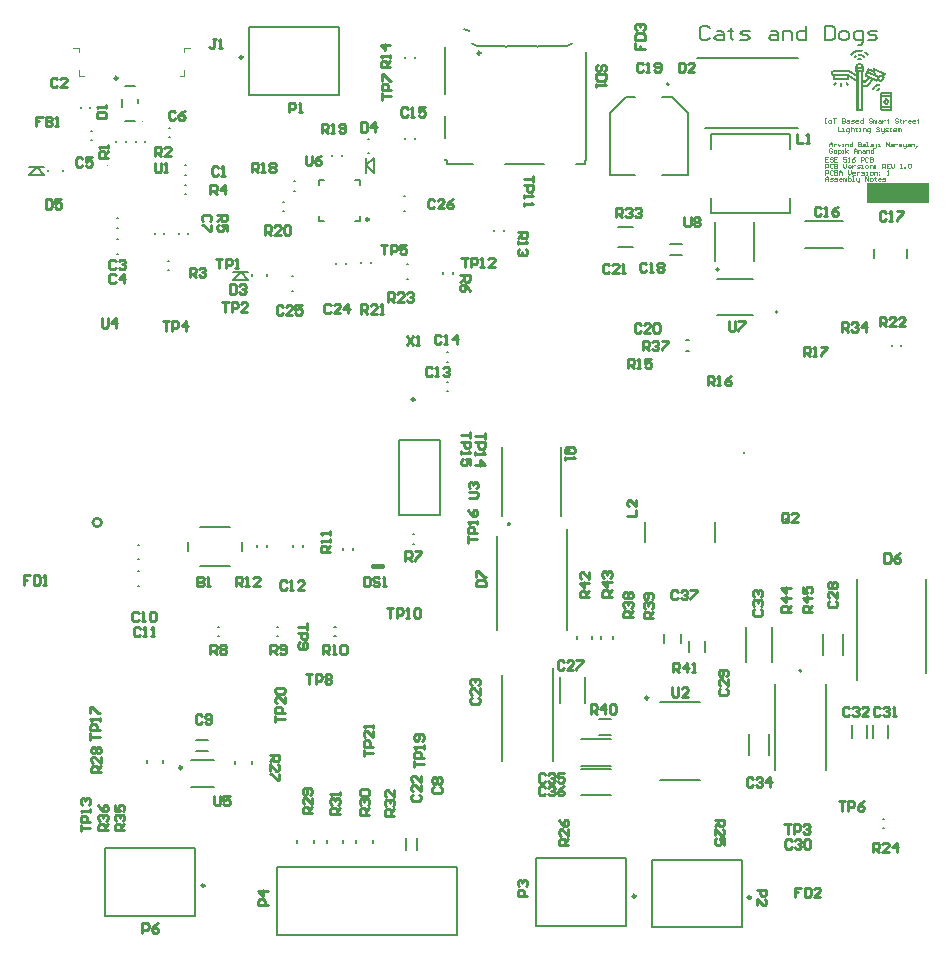
<source format=gto>
G04*
G04 #@! TF.GenerationSoftware,Altium Limited,Altium Designer,21.9.2 (33)*
G04*
G04 Layer_Color=65535*
%FSLAX25Y25*%
%MOIN*%
G70*
G04*
G04 #@! TF.SameCoordinates,1119CAD8-5D3F-4E39-9046-3B092D1BD9E9*
G04*
G04*
G04 #@! TF.FilePolarity,Positive*
G04*
G01*
G75*
%ADD10C,0.01181*%
%ADD11C,0.00787*%
%ADD12C,0.00984*%
%ADD13C,0.00394*%
%ADD14C,0.01000*%
%ADD15C,0.00600*%
%ADD16C,0.00500*%
%ADD17C,0.00800*%
%ADD18C,0.01575*%
%ADD19C,0.00350*%
%ADD20R,0.20992X0.06544*%
G36*
X286892Y302224D02*
X287191D01*
Y302181D01*
X287404D01*
Y302138D01*
X287575D01*
Y302096D01*
X287660D01*
Y302053D01*
X287618D01*
Y301925D01*
X287575D01*
Y301797D01*
X287532D01*
Y301626D01*
X287490D01*
Y301498D01*
X287447D01*
Y301456D01*
X287319D01*
Y301498D01*
X287148D01*
Y301541D01*
X286849D01*
Y301584D01*
X286167D01*
Y301541D01*
X285911D01*
Y301498D01*
X285740D01*
Y301456D01*
X285569D01*
Y301413D01*
X285441D01*
Y301370D01*
X285356D01*
Y301328D01*
X285228D01*
Y301285D01*
X285185D01*
Y301242D01*
X285057D01*
Y301200D01*
X285014D01*
Y301157D01*
X284929D01*
Y301114D01*
X284844D01*
Y301072D01*
X284801D01*
Y301029D01*
X284716D01*
Y300986D01*
X284673D01*
Y300943D01*
X284630D01*
Y300901D01*
X284588D01*
Y300858D01*
X284502D01*
Y300816D01*
X284460D01*
Y300773D01*
X284417D01*
Y300730D01*
X284374D01*
Y300687D01*
X284332D01*
Y300645D01*
X284289D01*
Y300602D01*
X284246D01*
Y300559D01*
X284204D01*
Y300517D01*
X284161D01*
Y300431D01*
X284118D01*
Y300389D01*
X284075D01*
Y300346D01*
X284033D01*
Y300261D01*
X283990D01*
Y300218D01*
X283947D01*
Y300261D01*
X283862D01*
Y300303D01*
X283820D01*
Y300346D01*
X283734D01*
Y300389D01*
X283691D01*
Y300431D01*
X283606D01*
Y300474D01*
X283563D01*
Y300517D01*
X283478D01*
Y300559D01*
X283435D01*
Y300687D01*
X283478D01*
Y300730D01*
X283521D01*
Y300773D01*
X283563D01*
Y300858D01*
X283606D01*
Y300901D01*
X283649D01*
Y300943D01*
X283691D01*
Y300986D01*
X283734D01*
Y301029D01*
X283777D01*
Y301072D01*
X283820D01*
Y301114D01*
X283862D01*
Y301157D01*
X283905D01*
Y301200D01*
X283947D01*
Y301242D01*
X283990D01*
Y301285D01*
X284033D01*
Y301328D01*
X284075D01*
Y301370D01*
X284118D01*
Y301413D01*
X284161D01*
Y301456D01*
X284204D01*
Y301498D01*
X284289D01*
Y301541D01*
X284332D01*
Y301584D01*
X284417D01*
Y301626D01*
X284460D01*
Y301669D01*
X284545D01*
Y301712D01*
X284588D01*
Y301754D01*
X284673D01*
Y301797D01*
X284758D01*
Y301840D01*
X284844D01*
Y301882D01*
X284929D01*
Y301925D01*
X285014D01*
Y301968D01*
X285100D01*
Y302010D01*
X285228D01*
Y302053D01*
X285356D01*
Y302096D01*
X285484D01*
Y302138D01*
X285654D01*
Y302181D01*
X285825D01*
Y302224D01*
X286124D01*
Y302267D01*
X286892D01*
Y302224D01*
D02*
G37*
G36*
X288471Y301712D02*
X288514D01*
Y301669D01*
X288599D01*
Y301626D01*
X288642D01*
Y301584D01*
X288727D01*
Y301541D01*
X288770D01*
Y301498D01*
X288813D01*
Y301456D01*
X288898D01*
Y301413D01*
X288941D01*
Y301370D01*
X288983D01*
Y301328D01*
X289026D01*
Y301285D01*
X289069D01*
Y301242D01*
X289111D01*
Y301200D01*
X289154D01*
Y301157D01*
X289197D01*
Y301114D01*
X289239D01*
Y301072D01*
X289282D01*
Y301029D01*
X289325D01*
Y300986D01*
X289367D01*
Y300943D01*
X289410D01*
Y300901D01*
X289453D01*
Y300816D01*
X289495D01*
Y300773D01*
X289538D01*
Y300730D01*
X289581D01*
Y300645D01*
X289623D01*
Y300602D01*
X289666D01*
Y300517D01*
X289709D01*
Y300474D01*
X289752D01*
Y300431D01*
X289709D01*
Y300389D01*
X289623D01*
Y300346D01*
X289538D01*
Y300303D01*
X289495D01*
Y300261D01*
X289410D01*
Y300218D01*
X289325D01*
Y300175D01*
X289282D01*
Y300133D01*
X289197D01*
Y300090D01*
X289154D01*
Y300133D01*
X289111D01*
Y300218D01*
X289069D01*
Y300261D01*
X289026D01*
Y300303D01*
X288983D01*
Y300389D01*
X288941D01*
Y300431D01*
X288898D01*
Y300474D01*
X288855D01*
Y300517D01*
X288813D01*
Y300602D01*
X288770D01*
Y300645D01*
X288727D01*
Y300687D01*
X288685D01*
Y300730D01*
X288642D01*
Y300773D01*
X288599D01*
Y300816D01*
X288514D01*
Y300858D01*
X288471D01*
Y300901D01*
X288428D01*
Y300943D01*
X288386D01*
Y300986D01*
X288300D01*
Y301029D01*
X288258D01*
Y301072D01*
X288173D01*
Y301114D01*
X288130D01*
Y301157D01*
X288087D01*
Y301242D01*
X288130D01*
Y301328D01*
X288173D01*
Y301413D01*
X288215D01*
Y301456D01*
X288258D01*
Y301541D01*
X288300D01*
Y301626D01*
X288343D01*
Y301712D01*
X288386D01*
Y301754D01*
X288471D01*
Y301712D01*
D02*
G37*
G36*
X285356Y300517D02*
X285399D01*
Y300431D01*
X285441D01*
Y300346D01*
X285484D01*
Y300261D01*
X285526D01*
Y300218D01*
X285569D01*
Y300133D01*
X285612D01*
Y300047D01*
X285654D01*
Y299962D01*
X285612D01*
Y299919D01*
X285526D01*
Y299877D01*
X285484D01*
Y299834D01*
X285441D01*
Y299791D01*
X285356D01*
Y299749D01*
X285313D01*
Y299706D01*
X285270D01*
Y299663D01*
X285228D01*
Y299578D01*
X285185D01*
Y299535D01*
X285142D01*
Y299493D01*
X285014D01*
Y299535D01*
X284972D01*
Y299578D01*
X284886D01*
Y299621D01*
X284844D01*
Y299663D01*
X284758D01*
Y299706D01*
X284716D01*
Y299749D01*
X284630D01*
Y299791D01*
X284588D01*
Y299834D01*
X284545D01*
Y299877D01*
X284588D01*
Y299919D01*
X284630D01*
Y300005D01*
X284673D01*
Y300047D01*
X284716D01*
Y300090D01*
X284758D01*
Y300133D01*
X284801D01*
Y300175D01*
X284844D01*
Y300218D01*
X284886D01*
Y300261D01*
X284929D01*
Y300303D01*
X284972D01*
Y300346D01*
X285014D01*
Y300389D01*
X285057D01*
Y300431D01*
X285142D01*
Y300474D01*
X285185D01*
Y300517D01*
X285270D01*
Y300559D01*
X285356D01*
Y300517D01*
D02*
G37*
G36*
X286849Y300858D02*
X287063D01*
Y300816D01*
X287234D01*
Y300773D01*
X287362D01*
Y300730D01*
X287447D01*
Y300687D01*
X287575D01*
Y300645D01*
X287660D01*
Y300602D01*
X287703D01*
Y300559D01*
X287788D01*
Y300517D01*
X287874D01*
Y300474D01*
X287916D01*
Y300431D01*
X287959D01*
Y300389D01*
X288044D01*
Y300346D01*
X288087D01*
Y300303D01*
X288130D01*
Y300261D01*
X288173D01*
Y300218D01*
X288215D01*
Y300175D01*
X288258D01*
Y300133D01*
X288300D01*
Y300090D01*
X288343D01*
Y300047D01*
X288386D01*
Y299962D01*
X288428D01*
Y299919D01*
X288471D01*
Y299877D01*
X288514D01*
Y299791D01*
X288557D01*
Y299706D01*
X288471D01*
Y299663D01*
X288428D01*
Y299621D01*
X288343D01*
Y299578D01*
X288258D01*
Y299535D01*
X288215D01*
Y299493D01*
X288130D01*
Y299450D01*
X288044D01*
Y299407D01*
X287959D01*
Y299450D01*
X287916D01*
Y299535D01*
X287874D01*
Y299578D01*
X287831D01*
Y299621D01*
X287788D01*
Y299663D01*
X287746D01*
Y299706D01*
X287703D01*
Y299749D01*
X287660D01*
Y299791D01*
X287618D01*
Y299834D01*
X287575D01*
Y299877D01*
X287532D01*
Y299919D01*
X287447D01*
Y299962D01*
X287404D01*
Y300005D01*
X287319D01*
Y300047D01*
X287234D01*
Y300090D01*
X287105D01*
Y300133D01*
X286978D01*
Y300175D01*
X286807D01*
Y300218D01*
X286252D01*
Y300261D01*
X286209D01*
Y300517D01*
X286167D01*
Y300773D01*
X286124D01*
Y300858D01*
X286209D01*
Y300901D01*
X286849D01*
Y300858D01*
D02*
G37*
G36*
X286721Y299493D02*
X286892D01*
Y299450D01*
X286978D01*
Y299407D01*
X287063D01*
Y299364D01*
X287105D01*
Y299322D01*
X287191D01*
Y299279D01*
X287234D01*
Y299236D01*
X287276D01*
Y299194D01*
X287319D01*
Y299108D01*
X287362D01*
Y299066D01*
X287404D01*
Y299023D01*
X287362D01*
Y298980D01*
X287276D01*
Y298938D01*
X287191D01*
Y298895D01*
X287148D01*
Y298852D01*
X287063D01*
Y298810D01*
X286978D01*
Y298767D01*
X286935D01*
Y298724D01*
X286849D01*
Y298682D01*
X286807D01*
Y298724D01*
X286764D01*
Y298767D01*
X286721D01*
Y298810D01*
X286636D01*
Y298852D01*
X286423D01*
Y298810D01*
X286337D01*
Y298767D01*
X286295D01*
Y298724D01*
X286167D01*
Y298767D01*
X286124D01*
Y298810D01*
X286039D01*
Y298852D01*
X285996D01*
Y298895D01*
X285911D01*
Y298938D01*
X285868D01*
Y298980D01*
X285783D01*
Y299023D01*
X285740D01*
Y299066D01*
X285697D01*
Y299151D01*
X285740D01*
Y299194D01*
X285783D01*
Y299236D01*
X285825D01*
Y299279D01*
X285868D01*
Y299322D01*
X285911D01*
Y299364D01*
X285996D01*
Y299407D01*
X286081D01*
Y299450D01*
X286167D01*
Y299493D01*
X286337D01*
Y299535D01*
X286721D01*
Y299493D01*
D02*
G37*
G36*
X286807Y297785D02*
X287020D01*
Y297743D01*
X287105D01*
Y297700D01*
X287234D01*
Y297657D01*
X287276D01*
Y297615D01*
X287362D01*
Y297572D01*
X287404D01*
Y297529D01*
X287490D01*
Y297487D01*
X287532D01*
Y297444D01*
X287575D01*
Y297401D01*
X287618D01*
Y297359D01*
X287660D01*
Y297273D01*
X287703D01*
Y297231D01*
X287746D01*
Y297145D01*
X287788D01*
Y297060D01*
X287831D01*
Y296975D01*
X287874D01*
Y296889D01*
X287916D01*
Y296676D01*
X287959D01*
Y294969D01*
X287916D01*
Y294883D01*
X287874D01*
Y294841D01*
X287831D01*
Y294798D01*
X287746D01*
Y294755D01*
X287618D01*
Y292024D01*
X288471D01*
Y292067D01*
X288514D01*
Y292109D01*
X288557D01*
Y292152D01*
X288599D01*
Y292237D01*
X288642D01*
Y292280D01*
X288685D01*
Y292323D01*
X288727D01*
Y292408D01*
X288770D01*
Y292451D01*
X288813D01*
Y292494D01*
X288855D01*
Y292579D01*
X288898D01*
Y292622D01*
X288941D01*
Y292664D01*
X288983D01*
Y292750D01*
X289026D01*
Y292792D01*
X289069D01*
Y292835D01*
X289111D01*
Y292920D01*
X289154D01*
Y293006D01*
X289026D01*
Y293048D01*
X288941D01*
Y293091D01*
X288855D01*
Y293134D01*
X288727D01*
Y293176D01*
X288642D01*
Y293219D01*
X288557D01*
Y293262D01*
X288471D01*
Y293304D01*
X288386D01*
Y293347D01*
X288343D01*
Y293390D01*
X288300D01*
Y293518D01*
X288258D01*
Y293646D01*
X288300D01*
Y293774D01*
X288343D01*
Y293859D01*
X288386D01*
Y293987D01*
X288428D01*
Y294073D01*
X288471D01*
Y294158D01*
X288514D01*
Y294286D01*
X288557D01*
Y294371D01*
X288599D01*
Y294457D01*
X288642D01*
Y294585D01*
X288685D01*
Y294670D01*
X288727D01*
Y294755D01*
X288770D01*
Y294883D01*
X288813D01*
Y294969D01*
X288855D01*
Y295054D01*
X288898D01*
Y295182D01*
X288941D01*
Y295268D01*
X288983D01*
Y295353D01*
X289026D01*
Y295481D01*
X289069D01*
Y295566D01*
X289111D01*
Y295652D01*
X289154D01*
Y295780D01*
X289197D01*
Y295865D01*
X289239D01*
Y295950D01*
X289282D01*
Y295993D01*
X289325D01*
Y296036D01*
X289367D01*
Y296078D01*
X289453D01*
Y296121D01*
X289666D01*
Y296078D01*
X289794D01*
Y296036D01*
X289879D01*
Y295993D01*
X289965D01*
Y295950D01*
X290093D01*
Y295908D01*
X290178D01*
Y295865D01*
X290264D01*
Y295822D01*
X290392D01*
Y295780D01*
X290477D01*
Y295737D01*
X290562D01*
Y295694D01*
X290690D01*
Y295652D01*
X290776D01*
Y295609D01*
X290861D01*
Y295566D01*
X290989D01*
Y295524D01*
X291074D01*
Y295908D01*
X291117D01*
Y295950D01*
X291160D01*
Y295993D01*
X291202D01*
Y296036D01*
X291288D01*
Y296078D01*
X291501D01*
Y296036D01*
X291587D01*
Y295993D01*
X291715D01*
Y295950D01*
X291800D01*
Y295908D01*
X291928D01*
Y295865D01*
X292013D01*
Y295822D01*
X292099D01*
Y295780D01*
X292227D01*
Y295737D01*
X292312D01*
Y295694D01*
X292397D01*
Y295652D01*
X292526D01*
Y295609D01*
X292611D01*
Y295566D01*
X292696D01*
Y295524D01*
X292781D01*
Y295481D01*
X292910D01*
Y295438D01*
X292995D01*
Y295396D01*
X293080D01*
Y295353D01*
X293208D01*
Y295310D01*
X293294D01*
Y295268D01*
X293379D01*
Y295225D01*
X293507D01*
Y295182D01*
X293592D01*
Y295140D01*
X293678D01*
Y295097D01*
X293806D01*
Y295054D01*
X293891D01*
Y295011D01*
X293976D01*
Y294969D01*
X294105D01*
Y294926D01*
X294190D01*
Y294883D01*
X294275D01*
Y294841D01*
X294403D01*
Y294798D01*
X294489D01*
Y294755D01*
X294574D01*
Y294713D01*
X294702D01*
Y294670D01*
X294787D01*
Y294627D01*
X294873D01*
Y294585D01*
X295001D01*
Y294542D01*
X295086D01*
Y294499D01*
X295171D01*
Y294457D01*
X295299D01*
Y294414D01*
X295342D01*
Y294371D01*
X295427D01*
Y294286D01*
X295470D01*
Y294201D01*
X295513D01*
Y294030D01*
X295470D01*
Y293945D01*
X295427D01*
Y293902D01*
X295385D01*
Y293859D01*
X295342D01*
Y293816D01*
X295257D01*
Y293774D01*
X295171D01*
Y293731D01*
X295043D01*
Y293689D01*
X294958D01*
Y293646D01*
X294830D01*
Y293603D01*
X294745D01*
Y293561D01*
X294787D01*
Y293475D01*
X294830D01*
Y293347D01*
X294873D01*
Y293134D01*
X294915D01*
Y292750D01*
X294873D01*
Y292579D01*
X294830D01*
Y292451D01*
X294787D01*
Y292366D01*
X294745D01*
Y292280D01*
X294702D01*
Y292195D01*
X294659D01*
Y292152D01*
X294617D01*
Y292067D01*
X294574D01*
Y292024D01*
X294531D01*
Y291981D01*
X294489D01*
Y291939D01*
X294446D01*
Y291896D01*
X294361D01*
Y291853D01*
X294318D01*
Y291811D01*
X294275D01*
Y291768D01*
X294190D01*
Y291725D01*
X294105D01*
Y291683D01*
X293976D01*
Y291640D01*
X293848D01*
Y291597D01*
X293251D01*
Y291640D01*
X293123D01*
Y291683D01*
X292995D01*
Y291725D01*
X292910D01*
Y291768D01*
X292781D01*
Y291811D01*
X292653D01*
Y291725D01*
X292611D01*
Y291683D01*
X292526D01*
Y291640D01*
X292227D01*
Y291683D01*
X292141D01*
Y291725D01*
X292013D01*
Y291768D01*
X291928D01*
Y291811D01*
X291843D01*
Y291853D01*
X291715D01*
Y291896D01*
X291629D01*
Y291939D01*
X291544D01*
Y291981D01*
X291416D01*
Y292024D01*
X291331D01*
Y292067D01*
X291245D01*
Y292109D01*
X291074D01*
Y292067D01*
X291032D01*
Y291981D01*
X290989D01*
Y291939D01*
X290946D01*
Y291896D01*
X290904D01*
Y291811D01*
X290861D01*
Y291768D01*
X290818D01*
Y291725D01*
X290776D01*
Y291640D01*
X290733D01*
Y291597D01*
X290690D01*
Y291555D01*
X290648D01*
Y291469D01*
X290605D01*
Y291427D01*
X290562D01*
Y291384D01*
X290520D01*
Y291299D01*
X290477D01*
Y291256D01*
X290434D01*
Y291213D01*
X290392D01*
Y291128D01*
X290349D01*
Y291085D01*
X290306D01*
Y291042D01*
X290264D01*
Y290957D01*
X290221D01*
Y290915D01*
X290178D01*
Y290872D01*
X290136D01*
Y290787D01*
X290093D01*
Y290744D01*
X290050D01*
Y290701D01*
X290007D01*
Y290616D01*
X289965D01*
Y290573D01*
X289922D01*
Y290530D01*
X289879D01*
Y290445D01*
X289837D01*
Y290402D01*
X289794D01*
Y290360D01*
X289752D01*
Y290274D01*
X289709D01*
Y290232D01*
X289666D01*
Y290189D01*
X289623D01*
Y290104D01*
X289581D01*
Y290061D01*
X289538D01*
Y290018D01*
X289453D01*
Y289976D01*
X287618D01*
Y281995D01*
X287575D01*
Y281910D01*
X287532D01*
Y281867D01*
X287490D01*
Y281824D01*
X287404D01*
Y281782D01*
X285783D01*
Y281824D01*
X285697D01*
Y281867D01*
X285654D01*
Y281910D01*
X285612D01*
Y281995D01*
X285569D01*
Y291512D01*
X285526D01*
Y291555D01*
X285441D01*
Y291597D01*
X285399D01*
Y291640D01*
X285313D01*
Y291683D01*
X285270D01*
Y291725D01*
X285185D01*
Y291768D01*
X285142D01*
Y291811D01*
X285057D01*
Y291853D01*
X285014D01*
Y291896D01*
X284929D01*
Y291939D01*
X284886D01*
Y291981D01*
X284801D01*
Y292024D01*
X284758D01*
Y292067D01*
X284673D01*
Y292109D01*
X284630D01*
Y292152D01*
X284545D01*
Y292195D01*
X284502D01*
Y292237D01*
X284417D01*
Y292280D01*
X284374D01*
Y292323D01*
X284289D01*
Y292366D01*
X284246D01*
Y292408D01*
X284161D01*
Y292451D01*
X284118D01*
Y292494D01*
X284033D01*
Y292536D01*
X283990D01*
Y292579D01*
X283905D01*
Y292622D01*
X283862D01*
Y292664D01*
X283777D01*
Y292707D01*
X283734D01*
Y292750D01*
X283649D01*
Y292792D01*
X283606D01*
Y292835D01*
X283521D01*
Y292878D01*
X283478D01*
Y292920D01*
X283393D01*
Y292963D01*
X283350D01*
Y293006D01*
X283265D01*
Y293048D01*
X283222D01*
Y293091D01*
X283179D01*
Y292707D01*
X283137D01*
Y292536D01*
X283094D01*
Y292451D01*
X283051D01*
Y292408D01*
X283009D01*
Y292323D01*
X282966D01*
Y292280D01*
X282923D01*
Y292237D01*
X282881D01*
Y292195D01*
X282795D01*
Y292152D01*
X282752D01*
Y292109D01*
X282667D01*
Y292067D01*
X282497D01*
Y292024D01*
X278399D01*
Y292067D01*
X278229D01*
Y292109D01*
X278144D01*
Y292152D01*
X278101D01*
Y292195D01*
X278015D01*
Y292237D01*
X277973D01*
Y292280D01*
X277930D01*
Y292323D01*
X277887D01*
Y292408D01*
X277845D01*
Y292451D01*
X277802D01*
Y292536D01*
X277759D01*
Y292707D01*
X277717D01*
Y293475D01*
X277589D01*
Y293518D01*
X277546D01*
Y293561D01*
X277461D01*
Y293603D01*
X277418D01*
Y293646D01*
X277375D01*
Y293689D01*
X277333D01*
Y293731D01*
X277290D01*
Y293774D01*
X277247D01*
Y293816D01*
X277205D01*
Y293902D01*
X277162D01*
Y293945D01*
X277119D01*
Y294073D01*
X277077D01*
Y294201D01*
X277034D01*
Y294627D01*
X277077D01*
Y294755D01*
X277119D01*
Y294883D01*
X277162D01*
Y294926D01*
X277205D01*
Y295011D01*
X277247D01*
Y295054D01*
X277290D01*
Y295097D01*
X277333D01*
Y295140D01*
X277375D01*
Y295182D01*
X277418D01*
Y295225D01*
X277461D01*
Y295268D01*
X277546D01*
Y295310D01*
X277589D01*
Y295353D01*
X277717D01*
Y295396D01*
X277845D01*
Y295438D01*
X283307D01*
Y295396D01*
X283393D01*
Y295353D01*
X283435D01*
Y295310D01*
X283521D01*
Y295268D01*
X283606D01*
Y295225D01*
X283649D01*
Y295182D01*
X283734D01*
Y295140D01*
X283820D01*
Y295097D01*
X283862D01*
Y295054D01*
X283947D01*
Y295011D01*
X284033D01*
Y294969D01*
X284075D01*
Y294926D01*
X284161D01*
Y294883D01*
X284246D01*
Y294841D01*
X284289D01*
Y294798D01*
X284374D01*
Y294755D01*
X284460D01*
Y294713D01*
X284502D01*
Y294670D01*
X284588D01*
Y294627D01*
X284673D01*
Y294585D01*
X284716D01*
Y294542D01*
X284801D01*
Y294499D01*
X284886D01*
Y294457D01*
X284929D01*
Y294414D01*
X285014D01*
Y294371D01*
X285100D01*
Y294329D01*
X285142D01*
Y294286D01*
X285228D01*
Y294243D01*
X285313D01*
Y294201D01*
X285356D01*
Y294158D01*
X285441D01*
Y294115D01*
X285526D01*
Y294073D01*
X285569D01*
Y294755D01*
X285441D01*
Y294798D01*
X285356D01*
Y294841D01*
X285313D01*
Y294883D01*
X285270D01*
Y294969D01*
X285228D01*
Y296719D01*
X285270D01*
Y296889D01*
X285313D01*
Y296975D01*
X285356D01*
Y297103D01*
X285399D01*
Y297145D01*
X285441D01*
Y297231D01*
X285484D01*
Y297273D01*
X285526D01*
Y297359D01*
X285569D01*
Y297401D01*
X285612D01*
Y297444D01*
X285654D01*
Y297487D01*
X285697D01*
Y297529D01*
X285783D01*
Y297572D01*
X285825D01*
Y297615D01*
X285911D01*
Y297657D01*
X285953D01*
Y297700D01*
X286081D01*
Y297743D01*
X286167D01*
Y297785D01*
X286380D01*
Y297828D01*
X286807D01*
Y297785D01*
D02*
G37*
G36*
X282454Y291469D02*
X282497D01*
Y291427D01*
X282539D01*
Y291341D01*
X282582D01*
Y291299D01*
X282625D01*
Y291213D01*
X282667D01*
Y291171D01*
X282710D01*
Y291085D01*
X282752D01*
Y291042D01*
X282795D01*
Y290957D01*
X282838D01*
Y290915D01*
X282881D01*
Y290829D01*
X282923D01*
Y290787D01*
X282966D01*
Y290701D01*
X283009D01*
Y290658D01*
X283051D01*
Y290616D01*
Y290573D01*
X283094D01*
Y290488D01*
X283051D01*
Y290445D01*
X283009D01*
Y290402D01*
X282923D01*
Y290360D01*
X282881D01*
Y290317D01*
X282795D01*
Y290274D01*
X282752D01*
Y290232D01*
X282667D01*
Y290189D01*
X282625D01*
Y290146D01*
X282539D01*
Y290189D01*
X282497D01*
Y290232D01*
X282454D01*
Y290317D01*
X282411D01*
Y290360D01*
X282368D01*
Y290445D01*
X282326D01*
Y290488D01*
X282283D01*
Y290573D01*
X282240D01*
Y290616D01*
X282198D01*
Y290701D01*
X282155D01*
Y290744D01*
X282112D01*
Y290829D01*
X282070D01*
Y290872D01*
X282027D01*
Y290957D01*
X281984D01*
Y291000D01*
X281942D01*
Y291085D01*
X281899D01*
Y291171D01*
X281942D01*
Y291213D01*
X281984D01*
Y291256D01*
X282070D01*
Y291299D01*
X282112D01*
Y291341D01*
X282198D01*
Y291384D01*
X282240D01*
Y291427D01*
X282326D01*
Y291469D01*
X282368D01*
Y291512D01*
X282454D01*
Y291469D01*
D02*
G37*
G36*
X278528D02*
X278570D01*
Y291427D01*
X278656D01*
Y291384D01*
X278698D01*
Y291341D01*
X278784D01*
Y291299D01*
X278826D01*
Y291256D01*
X278912D01*
Y291213D01*
X278954D01*
Y291171D01*
X278997D01*
Y291085D01*
X278954D01*
Y291000D01*
X278912D01*
Y290957D01*
X278869D01*
Y290872D01*
X278826D01*
Y290829D01*
X278784D01*
Y290744D01*
X278741D01*
Y290701D01*
X278698D01*
Y290616D01*
X278656D01*
Y290573D01*
X278613D01*
Y290488D01*
X278570D01*
Y290445D01*
X278528D01*
Y290360D01*
X278485D01*
Y290317D01*
X278442D01*
Y290232D01*
X278399D01*
Y290189D01*
X278357D01*
Y290146D01*
X278272D01*
Y290189D01*
X278229D01*
Y290232D01*
X278144D01*
Y290274D01*
X278101D01*
Y290317D01*
X278015D01*
Y290360D01*
X277973D01*
Y290402D01*
X277887D01*
Y290445D01*
X277845D01*
Y290488D01*
X277802D01*
Y290573D01*
X277845D01*
Y290658D01*
X277887D01*
Y290701D01*
X277930D01*
Y290787D01*
X277973D01*
Y290829D01*
X278015D01*
Y290915D01*
X278058D01*
Y290957D01*
X278101D01*
Y291042D01*
X278144D01*
Y291085D01*
X278186D01*
Y291171D01*
X278229D01*
Y291213D01*
X278272D01*
Y291299D01*
X278314D01*
Y291341D01*
X278357D01*
Y291427D01*
X278399D01*
Y291469D01*
X278442D01*
Y291512D01*
X278528D01*
Y291469D01*
D02*
G37*
G36*
X280789Y290573D02*
Y290530D01*
Y289976D01*
X280107D01*
Y291341D01*
X280789D01*
Y290573D01*
D02*
G37*
G36*
X293422Y290317D02*
X293123D01*
Y290274D01*
X292910D01*
Y290232D01*
X292781D01*
Y290189D01*
X292653D01*
Y290146D01*
X292568D01*
Y290104D01*
X292483D01*
Y290061D01*
X292397D01*
Y290018D01*
X292312D01*
Y289976D01*
X292269D01*
Y289933D01*
X292184D01*
Y289890D01*
X292141D01*
Y289848D01*
X292099D01*
Y289805D01*
X292013D01*
Y289762D01*
X291971D01*
Y289720D01*
X291928D01*
Y289677D01*
X291885D01*
Y289634D01*
X291843D01*
Y289592D01*
X291800D01*
Y289506D01*
X291757D01*
Y289463D01*
X291715D01*
Y289421D01*
X291672D01*
Y289335D01*
X291629D01*
Y289250D01*
X291587D01*
Y289208D01*
X291544D01*
Y289122D01*
X291501D01*
Y288994D01*
X291459D01*
Y288909D01*
X291416D01*
Y288823D01*
X291288D01*
Y288866D01*
X291117D01*
Y288909D01*
X290989D01*
Y288951D01*
X290818D01*
Y288994D01*
X290776D01*
Y289122D01*
X290818D01*
Y289250D01*
X290861D01*
Y289335D01*
X290904D01*
Y289421D01*
X290946D01*
Y289506D01*
X290989D01*
Y289592D01*
X291032D01*
Y289677D01*
X291074D01*
Y289720D01*
X291117D01*
Y289805D01*
X291160D01*
Y289848D01*
X291202D01*
Y289933D01*
X291245D01*
Y289976D01*
X291288D01*
Y290018D01*
X291331D01*
Y290061D01*
X291373D01*
Y290104D01*
X291416D01*
Y290146D01*
X291459D01*
Y290189D01*
X291501D01*
Y290232D01*
X291544D01*
Y290274D01*
X291587D01*
Y290317D01*
X291629D01*
Y290360D01*
X291672D01*
Y290402D01*
X291715D01*
Y290445D01*
X291800D01*
Y290488D01*
X291843D01*
Y290530D01*
X291928D01*
Y290573D01*
X291971D01*
Y290616D01*
X292056D01*
Y290658D01*
X292141D01*
Y290701D01*
X292227D01*
Y290744D01*
X292312D01*
Y290787D01*
X292440D01*
Y290829D01*
X292526D01*
Y290872D01*
X292653D01*
Y290915D01*
X292867D01*
Y290957D01*
X293123D01*
Y291000D01*
X293422D01*
Y290317D01*
D02*
G37*
G36*
Y288909D02*
X293294D01*
Y288866D01*
X293166D01*
Y288823D01*
X293080D01*
Y288781D01*
X292995D01*
Y288738D01*
X292952D01*
Y288695D01*
X292910D01*
Y288653D01*
X292867D01*
Y288567D01*
X292824D01*
Y288525D01*
X292781D01*
Y288439D01*
X292739D01*
Y288482D01*
X292611D01*
Y288525D01*
X292483D01*
Y288567D01*
X292397D01*
Y288610D01*
X292269D01*
Y288653D01*
X292141D01*
Y288738D01*
X292184D01*
Y288823D01*
X292227D01*
Y288909D01*
X292269D01*
Y288994D01*
X292312D01*
Y289037D01*
X292355D01*
Y289079D01*
X292397D01*
Y289165D01*
X292440D01*
Y289208D01*
X292483D01*
Y289250D01*
X292568D01*
Y289293D01*
X292611D01*
Y289335D01*
X292653D01*
Y289378D01*
X292739D01*
Y289421D01*
X292824D01*
Y289463D01*
X292910D01*
Y289506D01*
X293038D01*
Y289549D01*
X293208D01*
Y289592D01*
X293422D01*
Y288909D01*
D02*
G37*
G36*
X296921Y288226D02*
X297049D01*
Y288183D01*
X297134D01*
Y288141D01*
X297220D01*
Y288098D01*
X297263D01*
Y288055D01*
X297305D01*
Y288013D01*
X297348D01*
Y287970D01*
X297391D01*
Y287884D01*
X297433D01*
Y287799D01*
X297476D01*
Y287671D01*
X297519D01*
Y282379D01*
X297476D01*
Y282251D01*
X297433D01*
Y282166D01*
X297391D01*
Y282081D01*
X297348D01*
Y282038D01*
X297305D01*
Y281995D01*
X297263D01*
Y281952D01*
X297220D01*
Y281910D01*
X297134D01*
Y281867D01*
X297049D01*
Y281824D01*
X296921D01*
Y281782D01*
X294019D01*
Y281824D01*
X293891D01*
Y281867D01*
X293806D01*
Y281910D01*
X293720D01*
Y281952D01*
X293678D01*
Y281995D01*
X293635D01*
Y282038D01*
X293592D01*
Y282081D01*
X293550D01*
Y282166D01*
X293507D01*
Y282251D01*
X293464D01*
Y282379D01*
X293422D01*
Y287671D01*
X293464D01*
Y287799D01*
X293507D01*
Y287884D01*
X293550D01*
Y287970D01*
X293592D01*
Y288013D01*
X293635D01*
Y288055D01*
X293678D01*
Y288098D01*
X293720D01*
Y288141D01*
X293806D01*
Y288183D01*
X293891D01*
Y288226D01*
X294019D01*
Y288269D01*
X296921D01*
Y288226D01*
D02*
G37*
G36*
X248291Y168204D02*
X248401Y168094D01*
X248461Y167949D01*
Y167871D01*
Y167792D01*
X248401Y167648D01*
X248291Y167537D01*
X248146Y167477D01*
X247989D01*
X247845Y167537D01*
X247734Y167648D01*
X247674Y167792D01*
Y167871D01*
Y167949D01*
X247734Y168094D01*
X247845Y168204D01*
X247989Y168264D01*
X248146D01*
X248291Y168204D01*
D02*
G37*
%LPC*%
G36*
X286764Y297145D02*
X286423D01*
Y297103D01*
X286295D01*
Y297060D01*
X286209D01*
Y297017D01*
X286167D01*
Y296975D01*
X286124D01*
Y296932D01*
X286081D01*
Y296889D01*
X286039D01*
Y296847D01*
X285996D01*
Y296761D01*
X285953D01*
Y296633D01*
X285911D01*
Y296462D01*
X287276D01*
Y296633D01*
X287234D01*
Y296761D01*
X287191D01*
Y296804D01*
X287148D01*
Y296889D01*
X287105D01*
Y296932D01*
X287063D01*
Y296975D01*
X287020D01*
Y297017D01*
X286978D01*
Y297060D01*
X286892D01*
Y297103D01*
X286764D01*
Y297145D01*
D02*
G37*
G36*
X287276Y295780D02*
X285911D01*
Y295737D01*
Y295438D01*
X287276D01*
Y295780D01*
D02*
G37*
G36*
X289837Y295310D02*
X289709D01*
Y295225D01*
X289666D01*
Y295140D01*
X289623D01*
Y295011D01*
X289666D01*
Y294969D01*
X289752D01*
Y294926D01*
X289879D01*
Y294883D01*
X289965D01*
Y294841D01*
X290050D01*
Y294798D01*
X290178D01*
Y294755D01*
X290264D01*
Y294713D01*
X290349D01*
Y294670D01*
X290477D01*
Y294627D01*
X290562D01*
Y294585D01*
X290648D01*
Y294542D01*
X290776D01*
Y294499D01*
X290861D01*
Y294457D01*
X290946D01*
Y294414D01*
X291074D01*
Y294371D01*
X291160D01*
Y294329D01*
X291245D01*
Y294457D01*
X291202D01*
Y294713D01*
X291117D01*
Y294755D01*
X291032D01*
Y294798D01*
X290946D01*
Y294841D01*
X290818D01*
Y294883D01*
X290733D01*
Y294926D01*
X290648D01*
Y294969D01*
X290520D01*
Y295011D01*
X290434D01*
Y295054D01*
X290349D01*
Y295097D01*
X290221D01*
Y295140D01*
X290136D01*
Y295182D01*
X290050D01*
Y295225D01*
X289922D01*
Y295268D01*
X289837D01*
Y295310D01*
D02*
G37*
G36*
X291885Y295182D02*
X291800D01*
Y295140D01*
X291843D01*
Y294798D01*
X291885D01*
Y294499D01*
X291928D01*
Y294158D01*
X291971D01*
Y293987D01*
X292056D01*
Y293945D01*
X292141D01*
Y293902D01*
X292269D01*
Y293859D01*
X292355D01*
Y293816D01*
X292440D01*
Y293774D01*
X292568D01*
Y293731D01*
X292653D01*
Y293689D01*
X292739D01*
Y293646D01*
X292867D01*
Y293603D01*
X292995D01*
Y293646D01*
X293123D01*
Y293689D01*
X293208D01*
Y293731D01*
X293336D01*
Y293774D01*
X293422D01*
Y293816D01*
X293550D01*
Y293859D01*
X293635D01*
Y293902D01*
X293763D01*
Y293945D01*
X293848D01*
Y293987D01*
X293976D01*
Y294030D01*
X294062D01*
Y294073D01*
X294190D01*
Y294115D01*
X294233D01*
Y294158D01*
X294147D01*
Y294201D01*
X294062D01*
Y294243D01*
X293934D01*
Y294286D01*
X293848D01*
Y294329D01*
X293763D01*
Y294371D01*
X293635D01*
Y294414D01*
X293550D01*
Y294457D01*
X293464D01*
Y294499D01*
X293336D01*
Y294542D01*
X293251D01*
Y294585D01*
X293166D01*
Y294627D01*
X293038D01*
Y294670D01*
X292952D01*
Y294713D01*
X292867D01*
Y294755D01*
X292739D01*
Y294798D01*
X292653D01*
Y294841D01*
X292568D01*
Y294883D01*
X292440D01*
Y294926D01*
X292355D01*
Y294969D01*
X292269D01*
Y295011D01*
X292141D01*
Y295054D01*
X292056D01*
Y295097D01*
X291971D01*
Y295140D01*
X291885D01*
Y295182D01*
D02*
G37*
G36*
X282497Y293390D02*
X278399D01*
Y292792D01*
X278442D01*
Y292750D01*
X278485D01*
Y292707D01*
X282411D01*
Y292750D01*
X282454D01*
Y292792D01*
X282497D01*
Y293347D01*
Y293390D01*
D02*
G37*
G36*
X289410Y294371D02*
X289325D01*
Y294329D01*
X289282D01*
Y294243D01*
X289239D01*
Y294115D01*
X289197D01*
Y294030D01*
X289154D01*
Y293945D01*
X289111D01*
Y293816D01*
X289069D01*
Y293731D01*
X289197D01*
Y293689D01*
X289282D01*
Y293646D01*
X289367D01*
Y293603D01*
X289495D01*
Y293561D01*
X289581D01*
Y293518D01*
X289666D01*
Y293475D01*
X289794D01*
Y293432D01*
X289879D01*
Y293390D01*
X289965D01*
Y293347D01*
X290093D01*
Y293304D01*
X290178D01*
Y293262D01*
X290264D01*
Y293219D01*
X290392D01*
Y293176D01*
X290477D01*
Y293134D01*
X290562D01*
Y293091D01*
X290690D01*
Y293048D01*
X290776D01*
Y293006D01*
X290861D01*
Y292963D01*
X290989D01*
Y292920D01*
X291074D01*
Y292878D01*
X291160D01*
Y292835D01*
X291288D01*
Y292792D01*
X291373D01*
Y292750D01*
X291459D01*
Y292707D01*
X291587D01*
Y292664D01*
X291672D01*
Y292622D01*
X291757D01*
Y292579D01*
X291885D01*
Y292536D01*
X291971D01*
Y292494D01*
X292056D01*
Y292451D01*
X292227D01*
Y292536D01*
X292269D01*
Y292622D01*
X292312D01*
Y292750D01*
X292355D01*
Y292835D01*
X292397D01*
Y292920D01*
X292440D01*
Y293048D01*
X292397D01*
Y293091D01*
X292312D01*
Y293134D01*
X292227D01*
Y293176D01*
X292099D01*
Y293219D01*
X292013D01*
Y293262D01*
X291928D01*
Y293304D01*
X291800D01*
Y293347D01*
X291715D01*
Y293390D01*
X291629D01*
Y293432D01*
X291501D01*
Y293475D01*
X291416D01*
Y293518D01*
X291331D01*
Y293561D01*
X291202D01*
Y293603D01*
X291117D01*
Y293646D01*
X291032D01*
Y293689D01*
X290904D01*
Y293731D01*
X290818D01*
Y293774D01*
X290733D01*
Y293816D01*
X290605D01*
Y293859D01*
X290520D01*
Y293902D01*
X290434D01*
Y293945D01*
X290306D01*
Y293987D01*
X290221D01*
Y294030D01*
X290136D01*
Y294073D01*
X290007D01*
Y294115D01*
X289922D01*
Y294158D01*
X289837D01*
Y294201D01*
X289709D01*
Y294243D01*
X289623D01*
Y294286D01*
X289538D01*
Y294329D01*
X289410D01*
Y294371D01*
D02*
G37*
G36*
X283137Y294755D02*
X277930D01*
Y294713D01*
X277845D01*
Y294670D01*
X277802D01*
Y294627D01*
X277759D01*
Y294542D01*
X277717D01*
Y294286D01*
X277759D01*
Y294201D01*
X277802D01*
Y294158D01*
X277845D01*
Y294115D01*
X277930D01*
Y294073D01*
X282966D01*
Y294030D01*
X283051D01*
Y293987D01*
X283094D01*
Y293945D01*
X283179D01*
Y293902D01*
X283222D01*
Y293859D01*
X283307D01*
Y293816D01*
X283350D01*
Y293774D01*
X283435D01*
Y293731D01*
X283478D01*
Y293689D01*
X283563D01*
Y293646D01*
X283606D01*
Y293603D01*
X283691D01*
Y293561D01*
X283734D01*
Y293518D01*
X283820D01*
Y293475D01*
X283862D01*
Y293432D01*
X283947D01*
Y293390D01*
X283990D01*
Y293347D01*
X284075D01*
Y293304D01*
X284118D01*
Y293262D01*
X284204D01*
Y293219D01*
X284246D01*
Y293176D01*
X284332D01*
Y293134D01*
X284374D01*
Y293091D01*
X284460D01*
Y293048D01*
X284502D01*
Y293006D01*
X284588D01*
Y292963D01*
X284630D01*
Y292920D01*
X284716D01*
Y292878D01*
X284758D01*
Y292835D01*
X284844D01*
Y292792D01*
X284886D01*
Y292750D01*
X284972D01*
Y292707D01*
X285014D01*
Y292664D01*
X285100D01*
Y292622D01*
X285142D01*
Y292579D01*
X285228D01*
Y292536D01*
X285270D01*
Y292494D01*
X285356D01*
Y292451D01*
X285399D01*
Y292408D01*
X285484D01*
Y292366D01*
X285526D01*
Y292323D01*
X285569D01*
Y293262D01*
X285526D01*
Y293304D01*
X285484D01*
Y293347D01*
X285399D01*
Y293390D01*
X285313D01*
Y293432D01*
X285270D01*
Y293475D01*
X285185D01*
Y293518D01*
X285100D01*
Y293561D01*
X285057D01*
Y293603D01*
X284972D01*
Y293646D01*
X284886D01*
Y293689D01*
X284844D01*
Y293731D01*
X284758D01*
Y293774D01*
X284673D01*
Y293816D01*
X284630D01*
Y293859D01*
X284545D01*
Y293902D01*
X284460D01*
Y293945D01*
X284417D01*
Y293987D01*
X284332D01*
Y294030D01*
X284246D01*
Y294073D01*
X284204D01*
Y294115D01*
X284118D01*
Y294158D01*
X284033D01*
Y294201D01*
X283990D01*
Y294243D01*
X283905D01*
Y294286D01*
X283820D01*
Y294329D01*
X283777D01*
Y294371D01*
X283691D01*
Y294414D01*
X283606D01*
Y294457D01*
X283563D01*
Y294499D01*
X283478D01*
Y294542D01*
X283393D01*
Y294585D01*
X283350D01*
Y294627D01*
X283265D01*
Y294670D01*
X283179D01*
Y294713D01*
X283137D01*
Y294755D01*
D02*
G37*
G36*
X294147Y293304D02*
X293976D01*
Y293262D01*
X293891D01*
Y293219D01*
X293763D01*
Y293176D01*
X293678D01*
Y293134D01*
X293550D01*
Y293091D01*
X293464D01*
Y293048D01*
X293336D01*
Y293006D01*
X293251D01*
Y292963D01*
X293166D01*
Y292878D01*
X293123D01*
Y292792D01*
X293080D01*
Y292707D01*
X293038D01*
Y292579D01*
X292995D01*
Y292494D01*
X292952D01*
Y292451D01*
X293038D01*
Y292408D01*
X293123D01*
Y292366D01*
X293251D01*
Y292323D01*
X293336D01*
Y292280D01*
X293720D01*
Y292323D01*
X293848D01*
Y292366D01*
X293934D01*
Y292408D01*
X293976D01*
Y292451D01*
X294019D01*
Y292494D01*
X294062D01*
Y292536D01*
X294105D01*
Y292579D01*
X294147D01*
Y292664D01*
X294190D01*
Y292835D01*
X294233D01*
Y293091D01*
X294190D01*
Y293219D01*
X294147D01*
Y293304D01*
D02*
G37*
G36*
X289922Y292664D02*
X289794D01*
Y292622D01*
X289752D01*
Y292579D01*
X289709D01*
Y292494D01*
X289666D01*
Y292451D01*
X289623D01*
Y292408D01*
X289581D01*
Y292323D01*
X289538D01*
Y292280D01*
X289495D01*
Y292237D01*
X289453D01*
Y292152D01*
X289410D01*
Y292109D01*
X289367D01*
Y292067D01*
X289325D01*
Y291981D01*
X289282D01*
Y291939D01*
X289239D01*
Y291896D01*
X289197D01*
Y291811D01*
X289154D01*
Y291768D01*
X289111D01*
Y291725D01*
X289069D01*
Y291640D01*
X289026D01*
Y291597D01*
X288983D01*
Y291555D01*
X288941D01*
Y291469D01*
X288898D01*
Y291427D01*
X288855D01*
Y291384D01*
X288770D01*
Y291341D01*
X287618D01*
Y290658D01*
X289154D01*
Y290701D01*
X289197D01*
Y290744D01*
X289239D01*
Y290787D01*
X289282D01*
Y290872D01*
X289325D01*
Y290915D01*
X289367D01*
Y290957D01*
X289410D01*
Y291042D01*
X289453D01*
Y291085D01*
X289495D01*
Y291128D01*
X289538D01*
Y291213D01*
X289581D01*
Y291256D01*
X289623D01*
Y291299D01*
X289666D01*
Y291384D01*
X289709D01*
Y291427D01*
X289752D01*
Y291469D01*
X289794D01*
Y291555D01*
X289837D01*
Y291597D01*
X289879D01*
Y291640D01*
X289922D01*
Y291725D01*
X289965D01*
Y291768D01*
X290007D01*
Y291811D01*
X290050D01*
Y291896D01*
X290093D01*
Y291939D01*
X290136D01*
Y291981D01*
X290178D01*
Y292067D01*
X290221D01*
Y292109D01*
X290264D01*
Y292152D01*
X290306D01*
Y292237D01*
X290349D01*
Y292280D01*
X290392D01*
Y292323D01*
X290434D01*
Y292451D01*
X290349D01*
Y292494D01*
X290221D01*
Y292536D01*
X290136D01*
Y292579D01*
X290050D01*
Y292622D01*
X289922D01*
Y292664D01*
D02*
G37*
G36*
X286935Y294755D02*
X286252D01*
Y284940D01*
Y284897D01*
Y282465D01*
X286935D01*
Y294755D01*
D02*
G37*
G36*
X296793Y287586D02*
X294147D01*
Y287543D01*
X294105D01*
Y287244D01*
X296836D01*
Y287543D01*
X296793D01*
Y287586D01*
D02*
G37*
G36*
X296836Y286561D02*
X294105D01*
Y283489D01*
X296836D01*
Y285025D01*
Y285068D01*
Y286561D01*
D02*
G37*
G36*
Y282806D02*
X294105D01*
Y282507D01*
X294147D01*
Y282465D01*
X296793D01*
Y282507D01*
X296836D01*
Y282806D01*
D02*
G37*
%LPD*%
G36*
X295812Y285708D02*
X295940D01*
Y285665D01*
X295982D01*
Y285623D01*
X296068D01*
Y285580D01*
X296110D01*
Y285537D01*
X296153D01*
Y285495D01*
X296196D01*
Y285452D01*
X296238D01*
Y285367D01*
X296281D01*
Y285324D01*
X296324D01*
Y285239D01*
X296366D01*
Y285110D01*
X296409D01*
Y284641D01*
X296366D01*
Y284513D01*
X296324D01*
Y284385D01*
X296281D01*
Y284342D01*
X296238D01*
Y284257D01*
X296196D01*
Y284214D01*
X296153D01*
Y284172D01*
X296110D01*
Y284129D01*
X296068D01*
Y284086D01*
X295982D01*
Y284044D01*
X295940D01*
Y284001D01*
X295812D01*
Y283958D01*
X295684D01*
Y283915D01*
X295257D01*
Y283958D01*
X295129D01*
Y284001D01*
X295001D01*
Y284044D01*
X294958D01*
Y284086D01*
X294873D01*
Y284129D01*
X294830D01*
Y284172D01*
X294787D01*
Y284214D01*
X294745D01*
Y284257D01*
X294702D01*
Y284342D01*
X294659D01*
Y284385D01*
X294617D01*
Y284470D01*
X294574D01*
Y284641D01*
X294531D01*
Y284812D01*
Y284854D01*
Y285068D01*
X294574D01*
Y285196D01*
X294617D01*
Y285324D01*
X294659D01*
Y285367D01*
X294702D01*
Y285452D01*
X294745D01*
Y285495D01*
X294787D01*
Y285537D01*
X294830D01*
Y285580D01*
X294873D01*
Y285623D01*
X294958D01*
Y285665D01*
X295001D01*
Y285708D01*
X295129D01*
Y286220D01*
X295812D01*
Y285708D01*
D02*
G37*
%LPC*%
G36*
X295598Y285110D02*
X295342D01*
Y285068D01*
X295299D01*
Y285025D01*
X295257D01*
Y284982D01*
X295214D01*
Y284726D01*
X295257D01*
Y284684D01*
X295299D01*
Y284641D01*
X295342D01*
Y284598D01*
X295598D01*
Y284641D01*
X295641D01*
Y284684D01*
X295684D01*
Y284726D01*
X295726D01*
Y284982D01*
X295684D01*
Y285025D01*
X295641D01*
Y285068D01*
X295598D01*
Y285110D01*
D02*
G37*
%LPD*%
D10*
X169757Y144200D02*
G03*
X169757Y144200I-197J0D01*
G01*
D11*
X267221Y95303D02*
G03*
X267221Y95303I-394J0D01*
G01*
X223000Y290748D02*
G03*
X223000Y290748I-394J0D01*
G01*
X259313Y214780D02*
G03*
X259313Y214780I-394J0D01*
G01*
X168308Y303522D02*
G03*
X168702Y303128I394J0D01*
G01*
X179332D02*
G03*
X179725Y303522I0J394D01*
G01*
X156497Y308491D02*
G03*
X155140Y309033I-1357J-1426D01*
G01*
X178938Y303522D02*
G03*
X179332Y303128I394J0D01*
G01*
X168702D02*
G03*
X169095Y303522I0J394D01*
G01*
X157464Y304361D02*
G03*
X159077Y303522I1612J1129D01*
G01*
X189234D02*
G03*
X190806Y304306I0J1969D01*
G01*
X239648Y229006D02*
G03*
X239648Y229006I-394J0D01*
G01*
X249764Y67126D02*
Y74016D01*
X256457Y67126D02*
Y74016D01*
X234941Y101404D02*
Y105341D01*
X229626Y101404D02*
Y105341D01*
X199708Y73945D02*
X203645D01*
X199708Y79260D02*
X203645D01*
X214914Y138295D02*
Y144988D01*
X238536Y138295D02*
Y144988D01*
X188961Y108854D02*
Y142595D01*
X165717Y108854D02*
Y140114D01*
X308875Y94619D02*
Y125879D01*
X285630Y92139D02*
Y125879D01*
X227017Y104369D02*
Y107494D01*
X221284Y104369D02*
Y107494D01*
X193885Y62539D02*
X203752D01*
X193885Y53681D02*
X203752D01*
X193885Y63583D02*
X203752D01*
X193885Y72441D02*
X203752D01*
X257552Y98312D02*
Y109753D01*
X248669Y98312D02*
Y109753D01*
X284114Y72862D02*
Y77193D01*
X289035Y72862D02*
Y77193D01*
X295925Y72862D02*
Y77193D01*
X291004Y72862D02*
Y77193D01*
X281001Y100630D02*
Y107520D01*
X274308Y100630D02*
Y107520D01*
X195177Y84626D02*
Y93287D01*
X186713Y84626D02*
Y93287D01*
X220032Y58858D02*
X233418D01*
X220032Y84842D02*
X233418D01*
X184303Y65079D02*
Y96280D01*
X167374Y65079D02*
Y93819D01*
X92283Y7185D02*
X152284D01*
X92283D02*
Y29705D01*
X152284Y7185D02*
Y29705D01*
X92283D02*
X152284D01*
X268491Y245053D02*
X281137D01*
X268491Y236147D02*
X281137D01*
X236981Y269217D02*
Y274227D01*
Y247755D02*
Y252765D01*
Y247755D02*
X263453D01*
Y269217D02*
Y274227D01*
Y247755D02*
Y252765D01*
X236981Y274227D02*
X263453D01*
X206201Y243105D02*
X211122D01*
X206201Y236412D02*
X211122D01*
X300524Y203437D02*
Y203831D01*
X297375Y203437D02*
Y203831D01*
X147797Y227658D02*
Y228051D01*
X150947Y227658D02*
Y228051D01*
X56116Y231890D02*
X56510D01*
X56116Y228740D02*
X56510D01*
X134646Y253445D02*
X135039D01*
X134646Y248524D02*
X135039D01*
X169095Y303522D02*
X178938D01*
X191971Y264152D02*
X193034D01*
X148919D02*
Y265411D01*
X148447D02*
X148919D01*
Y264152D02*
X149648D01*
X168466D02*
X181341D01*
X195022D02*
Y265411D01*
X195494D02*
Y301553D01*
X193034Y264152D02*
X195022D01*
X149648D02*
X157837D01*
X148447Y265411D02*
Y265726D01*
X179725Y303522D02*
X189234D01*
X195022Y265411D02*
X195494D01*
X159077Y303522D02*
X168308D01*
X148447Y272813D02*
Y280293D01*
X148470Y287380D02*
Y303325D01*
X154687Y309033D02*
X155140D01*
X41616Y278487D02*
X45159D01*
X41616Y290298D02*
X45159D01*
X46144Y284590D02*
Y285771D01*
X40632Y283015D02*
Y285771D01*
X112098Y230807D02*
Y231201D01*
X115248Y230807D02*
Y231201D01*
X122831Y272629D02*
X123232D01*
X122831Y267708D02*
X123232D01*
X122138Y261310D02*
Y266310D01*
Y263810D02*
X124638Y261310D01*
X122138Y263810D02*
X124638Y266310D01*
Y261310D02*
Y266310D01*
X21161Y261939D02*
Y262341D01*
X16240Y261939D02*
Y262341D01*
X9843Y263034D02*
X14842D01*
X9843Y260534D02*
X12342Y263034D01*
X14842Y260534D01*
X9843D02*
X14842D01*
X135630Y225984D02*
X136024D01*
X135630Y230709D02*
X136024D01*
X294252Y42756D02*
X294646D01*
X294252Y45906D02*
X294646D01*
X63681Y56398D02*
X71555D01*
X63681Y65650D02*
X71555D01*
X106398Y245177D02*
X108071D01*
X106398D02*
Y246850D01*
Y258760D02*
X108071D01*
X106398Y257087D02*
Y258760D01*
X118307D02*
X119980D01*
Y257087D02*
Y258760D01*
X118307Y245177D02*
X119980D01*
Y246850D01*
X35197Y36142D02*
X65197D01*
Y13622D02*
Y36142D01*
X35197Y13622D02*
X65197D01*
X35197D02*
Y36142D01*
X111524Y109843D02*
X111917D01*
X111524Y106693D02*
X111917D01*
X94291Y251575D02*
X94685D01*
X94291Y248425D02*
X94685D01*
X97244Y221949D02*
X97638D01*
X97244Y226870D02*
X97638D01*
X113000Y287221D02*
Y309740D01*
X83000D02*
X113000D01*
X83000Y287221D02*
Y309740D01*
Y287221D02*
X113000D01*
X164764Y241711D02*
Y242104D01*
X167913Y241711D02*
Y242104D01*
X138386Y299543D02*
Y299937D01*
X135236Y299543D02*
Y299937D01*
X138386Y272441D02*
Y272835D01*
X135236Y272441D02*
Y272835D01*
X92323Y106693D02*
X92716D01*
X92323Y109843D02*
X92716D01*
X72638Y106693D02*
X73032D01*
X72638Y109843D02*
X73032D01*
X137598Y140748D02*
X137992D01*
X137598Y137598D02*
X137992D01*
X217284Y9685D02*
Y32205D01*
Y9685D02*
X247284D01*
Y32205D01*
X217284D02*
X247284D01*
X178898Y10169D02*
Y32689D01*
Y10169D02*
X208898D01*
Y32689D01*
X178898D02*
X208898D01*
X149175Y201378D02*
X149569D01*
X149175Y198228D02*
X149569D01*
X149175Y191535D02*
X149569D01*
X149175Y188386D02*
X149569D01*
X117717Y135630D02*
Y136024D01*
X114567Y135630D02*
Y136024D01*
X97835Y136614D02*
Y137008D01*
X100984Y136614D02*
Y137008D01*
X85827Y136614D02*
Y137008D01*
X88976Y136614D02*
Y137008D01*
X46041Y132382D02*
X46435D01*
X46041Y137303D02*
X46435D01*
X46041Y123524D02*
X46435D01*
X46041Y128445D02*
X46435D01*
X77756Y225559D02*
X82756D01*
X80256Y228059D02*
X82756Y225559D01*
X77756D02*
X80256Y228059D01*
X77756D02*
X82756D01*
X84153Y226965D02*
Y227366D01*
X89075Y226965D02*
Y227366D01*
X113955Y266822D02*
Y267216D01*
X110805Y266822D02*
Y267216D01*
X98010Y258400D02*
X98404D01*
X98010Y255250D02*
X98404D01*
X123599Y231102D02*
Y231496D01*
X120449Y231102D02*
Y231496D01*
X62809Y240945D02*
Y241339D01*
X59659Y240945D02*
Y241339D01*
X61811Y254093D02*
X62205D01*
X61811Y257243D02*
X62205D01*
X54858Y240945D02*
Y241339D01*
X51708Y240945D02*
Y241339D01*
X61811Y263715D02*
X62205D01*
X61811Y260565D02*
X62205D01*
X30315Y272047D02*
X30709D01*
X30315Y275197D02*
X30709D01*
X56384Y276265D02*
X56778D01*
X56384Y273115D02*
X56778D01*
X39145Y239075D02*
X39539D01*
X39145Y234154D02*
X39539D01*
X39145Y246063D02*
X39539D01*
X39145Y242913D02*
X39539D01*
X26969Y282772D02*
Y283165D01*
X30118Y282772D02*
Y283165D01*
X234959Y276183D02*
X266219D01*
X232478Y299427D02*
X266219D01*
X38825Y271343D02*
Y271737D01*
X41975Y271343D02*
Y271737D01*
X45325Y271343D02*
Y271737D01*
X48475Y271343D02*
Y271737D01*
X236586Y309425D02*
X235799Y310212D01*
X234225D01*
X233438Y309425D01*
Y306277D01*
X234225Y305490D01*
X235799D01*
X236586Y306277D01*
X238948Y308638D02*
X240522D01*
X241309Y307851D01*
Y305490D01*
X238948D01*
X238161Y306277D01*
X238948Y307064D01*
X241309D01*
X243671Y309425D02*
Y308638D01*
X242884D01*
X244458D01*
X243671D01*
Y306277D01*
X244458Y305490D01*
X246819D02*
X249181D01*
X249968Y306277D01*
X249181Y307064D01*
X247606D01*
X246819Y307851D01*
X247606Y308638D01*
X249968D01*
X257052D02*
X258627D01*
X259414Y307851D01*
Y305490D01*
X257052D01*
X256265Y306277D01*
X257052Y307064D01*
X259414D01*
X260988Y305490D02*
Y308638D01*
X263349D01*
X264137Y307851D01*
Y305490D01*
X268860Y310212D02*
Y305490D01*
X266498D01*
X265711Y306277D01*
Y307851D01*
X266498Y308638D01*
X268860D01*
X275157Y310212D02*
Y305490D01*
X277518D01*
X278305Y306277D01*
Y309425D01*
X277518Y310212D01*
X275157D01*
X280667Y305490D02*
X282241D01*
X283028Y306277D01*
Y307851D01*
X282241Y308638D01*
X280667D01*
X279879Y307851D01*
Y306277D01*
X280667Y305490D01*
X286177Y303915D02*
X286964D01*
X287751Y304702D01*
Y308638D01*
X285389D01*
X284602Y307851D01*
Y306277D01*
X285389Y305490D01*
X287751D01*
X289325D02*
X291687D01*
X292474Y306277D01*
X291687Y307064D01*
X290112D01*
X289325Y307851D01*
X290112Y308638D01*
X292474D01*
D12*
X216193Y86221D02*
G03*
X216193Y86221I-492J0D01*
G01*
X39317Y292791D02*
G03*
X39317Y292791I-492J0D01*
G01*
X138287Y185630D02*
G03*
X138287Y185630I-492J0D01*
G01*
X160238Y301181D02*
G03*
X160238Y301181I-492J0D01*
G01*
X60728Y62992D02*
G03*
X60728Y62992I-492J0D01*
G01*
X123031Y245768D02*
G03*
X123031Y245768I-492J0D01*
G01*
X68264Y23622D02*
G03*
X68264Y23622I-500J0D01*
G01*
X80933Y299740D02*
G03*
X80933Y299740I-500J0D01*
G01*
X250350Y19685D02*
G03*
X250350Y19685I-500J0D01*
G01*
X211965Y20169D02*
G03*
X211965Y20169I-500J0D01*
G01*
D13*
X36005Y263616D02*
G03*
X36005Y263616I-197J0D01*
G01*
X47522Y278291D02*
G03*
X47522Y278291I-197J0D01*
G01*
X61458Y302974D02*
X63458D01*
X61458Y301474D02*
Y302974D01*
X26458Y301474D02*
Y302974D01*
X24458D02*
X26458D01*
X61458Y293474D02*
Y295474D01*
X59958Y293474D02*
X61458D01*
X26458D02*
X27958D01*
X26458D02*
Y295474D01*
D14*
X33890Y144685D02*
G03*
X33890Y144685I-1409J0D01*
G01*
X262786Y145285D02*
Y147385D01*
X262262Y147909D01*
X261212D01*
X260687Y147385D01*
Y145285D01*
X261212Y144761D01*
X262262D01*
X261737Y145810D02*
X262786Y144761D01*
X262262D02*
X262786Y145285D01*
X265935Y144761D02*
X263836D01*
X265935Y146860D01*
Y147385D01*
X265410Y147909D01*
X264361D01*
X263836Y147385D01*
X228144Y246518D02*
Y243895D01*
X228669Y243370D01*
X229718D01*
X230243Y243895D01*
Y246518D01*
X231293Y245994D02*
X231817Y246518D01*
X232867D01*
X233392Y245994D01*
Y245469D01*
X232867Y244944D01*
X233392Y244419D01*
Y243895D01*
X232867Y243370D01*
X231817D01*
X231293Y243895D01*
Y244419D01*
X231817Y244944D01*
X231293Y245469D01*
Y245994D01*
X231817Y244944D02*
X232867D01*
X243011Y211720D02*
Y209096D01*
X243536Y208571D01*
X244585D01*
X245110Y209096D01*
Y211720D01*
X246160D02*
X248259D01*
Y211195D01*
X246160Y209096D01*
Y208571D01*
X121274Y66820D02*
Y68919D01*
Y67870D01*
X124423D01*
Y69969D02*
X121274D01*
Y71543D01*
X121799Y72068D01*
X122848D01*
X123373Y71543D01*
Y69969D01*
X124423Y75217D02*
Y73118D01*
X122324Y75217D01*
X121799D01*
X121274Y74692D01*
Y73642D01*
X121799Y73118D01*
X124423Y76266D02*
Y77316D01*
Y76791D01*
X121274D01*
X121799Y76266D01*
X91908Y78055D02*
Y80154D01*
Y79105D01*
X95057D01*
Y81204D02*
X91908D01*
Y82778D01*
X92433Y83303D01*
X93482D01*
X94007Y82778D01*
Y81204D01*
X95057Y86452D02*
Y84352D01*
X92958Y86452D01*
X92433D01*
X91908Y85927D01*
Y84877D01*
X92433Y84352D01*
Y87501D02*
X91908Y88026D01*
Y89075D01*
X92433Y89600D01*
X94532D01*
X95057Y89075D01*
Y88026D01*
X94532Y87501D01*
X92433D01*
X138189Y63040D02*
Y65139D01*
Y64090D01*
X141338D01*
Y66189D02*
X138189D01*
Y67763D01*
X138714Y68288D01*
X139764D01*
X140288Y67763D01*
Y66189D01*
X141338Y69337D02*
Y70387D01*
Y69862D01*
X138189D01*
X138714Y69337D01*
X140813Y71961D02*
X141338Y72486D01*
Y73536D01*
X140813Y74060D01*
X138714D01*
X138189Y73536D01*
Y72486D01*
X138714Y71961D01*
X139239D01*
X139764Y72486D01*
Y74060D01*
X30231Y72246D02*
Y74345D01*
Y73295D01*
X33379D01*
Y75394D02*
X30231D01*
Y76969D01*
X30755Y77494D01*
X31805D01*
X32330Y76969D01*
Y75394D01*
X33379Y78543D02*
Y79593D01*
Y79068D01*
X30231D01*
X30755Y78543D01*
X30231Y81167D02*
Y83266D01*
X30755D01*
X32855Y81167D01*
X33379D01*
X270802Y114896D02*
X267654D01*
Y116471D01*
X268179Y116995D01*
X269228D01*
X269753Y116471D01*
Y114896D01*
Y115946D02*
X270802Y116995D01*
Y119619D02*
X267654D01*
X269228Y118045D01*
Y120144D01*
X267654Y123293D02*
Y121194D01*
X269228D01*
X268703Y122243D01*
Y122768D01*
X269228Y123293D01*
X270278D01*
X270802Y122768D01*
Y121718D01*
X270278Y121194D01*
X263684Y114896D02*
X260535D01*
Y116471D01*
X261060Y116995D01*
X262109D01*
X262634Y116471D01*
Y114896D01*
Y115946D02*
X263684Y116995D01*
Y119619D02*
X260535D01*
X262109Y118045D01*
Y120144D01*
X263684Y122768D02*
X260535D01*
X262109Y121194D01*
Y123293D01*
X204006Y119971D02*
X200857D01*
Y121545D01*
X201382Y122070D01*
X202432D01*
X202956Y121545D01*
Y119971D01*
Y121020D02*
X204006Y122070D01*
Y124693D02*
X200857D01*
X202432Y123119D01*
Y125218D01*
X201382Y126268D02*
X200857Y126792D01*
Y127842D01*
X201382Y128367D01*
X201907D01*
X202432Y127842D01*
Y127317D01*
Y127842D01*
X202956Y128367D01*
X203481D01*
X204006Y127842D01*
Y126792D01*
X203481Y126268D01*
X196456Y119683D02*
X193308D01*
Y121257D01*
X193832Y121782D01*
X194882D01*
X195407Y121257D01*
Y119683D01*
Y120733D02*
X196456Y121782D01*
Y124406D02*
X193308D01*
X194882Y122832D01*
Y124931D01*
X196456Y128079D02*
Y125980D01*
X194357Y128079D01*
X193832D01*
X193308Y127555D01*
Y126505D01*
X193832Y125980D01*
X224427Y94760D02*
Y97909D01*
X226002D01*
X226526Y97384D01*
Y96334D01*
X226002Y95809D01*
X224427D01*
X225477D02*
X226526Y94760D01*
X229150D02*
Y97909D01*
X227576Y96334D01*
X229675D01*
X230725Y94760D02*
X231774D01*
X231249D01*
Y97909D01*
X230725Y97384D01*
X196962Y80935D02*
Y84083D01*
X198536D01*
X199061Y83558D01*
Y82509D01*
X198536Y81984D01*
X196962D01*
X198011D02*
X199061Y80935D01*
X201685D02*
Y84083D01*
X200110Y82509D01*
X202209D01*
X203259Y83558D02*
X203784Y84083D01*
X204833D01*
X205358Y83558D01*
Y81459D01*
X204833Y80935D01*
X203784D01*
X203259Y81459D01*
Y83558D01*
X217775Y112793D02*
X214627D01*
Y114368D01*
X215152Y114892D01*
X216201D01*
X216726Y114368D01*
Y112793D01*
Y113843D02*
X217775Y114892D01*
X215152Y115942D02*
X214627Y116467D01*
Y117516D01*
X215152Y118041D01*
X215676D01*
X216201Y117516D01*
Y116991D01*
Y117516D01*
X216726Y118041D01*
X217251D01*
X217775Y117516D01*
Y116467D01*
X217251Y115942D01*
Y119090D02*
X217775Y119615D01*
Y120665D01*
X217251Y121189D01*
X215152D01*
X214627Y120665D01*
Y119615D01*
X215152Y119090D01*
X215676D01*
X216201Y119615D01*
Y121189D01*
X211051Y113083D02*
X207902D01*
Y114657D01*
X208427Y115182D01*
X209476D01*
X210001Y114657D01*
Y113083D01*
Y114132D02*
X211051Y115182D01*
X208427Y116231D02*
X207902Y116756D01*
Y117806D01*
X208427Y118330D01*
X208952D01*
X209476Y117806D01*
Y117281D01*
Y117806D01*
X210001Y118330D01*
X210526D01*
X211051Y117806D01*
Y116756D01*
X210526Y116231D01*
X208427Y119380D02*
X207902Y119905D01*
Y120954D01*
X208427Y121479D01*
X208952D01*
X209476Y120954D01*
X210001Y121479D01*
X210526D01*
X211051Y120954D01*
Y119905D01*
X210526Y119380D01*
X210001D01*
X209476Y119905D01*
X208952Y119380D01*
X208427D01*
X209476Y119905D02*
Y120954D01*
X214306Y202060D02*
Y205208D01*
X215880D01*
X216405Y204683D01*
Y203634D01*
X215880Y203109D01*
X214306D01*
X215355D02*
X216405Y202060D01*
X217454Y204683D02*
X217979Y205208D01*
X219029D01*
X219553Y204683D01*
Y204159D01*
X219029Y203634D01*
X218504D01*
X219029D01*
X219553Y203109D01*
Y202584D01*
X219029Y202060D01*
X217979D01*
X217454Y202584D01*
X220603Y205208D02*
X222702D01*
Y204683D01*
X220603Y202584D01*
Y202060D01*
X36023Y42062D02*
X32875D01*
Y43636D01*
X33399Y44161D01*
X34449D01*
X34974Y43636D01*
Y42062D01*
Y43111D02*
X36023Y44161D01*
X33399Y45210D02*
X32875Y45735D01*
Y46785D01*
X33399Y47309D01*
X33924D01*
X34449Y46785D01*
Y46260D01*
Y46785D01*
X34974Y47309D01*
X35498D01*
X36023Y46785D01*
Y45735D01*
X35498Y45210D01*
X32875Y50458D02*
X33399Y49408D01*
X34449Y48359D01*
X35498D01*
X36023Y48884D01*
Y49933D01*
X35498Y50458D01*
X34974D01*
X34449Y49933D01*
Y48359D01*
X41505Y42062D02*
X38357D01*
Y43636D01*
X38882Y44161D01*
X39931D01*
X40456Y43636D01*
Y42062D01*
Y43111D02*
X41505Y44161D01*
X38882Y45210D02*
X38357Y45735D01*
Y46785D01*
X38882Y47309D01*
X39406D01*
X39931Y46785D01*
Y46260D01*
Y46785D01*
X40456Y47309D01*
X40981D01*
X41505Y46785D01*
Y45735D01*
X40981Y45210D01*
X38357Y50458D02*
Y48359D01*
X39931D01*
X39406Y49408D01*
Y49933D01*
X39931Y50458D01*
X40981D01*
X41505Y49933D01*
Y48884D01*
X40981Y48359D01*
X280723Y208294D02*
Y211442D01*
X282297D01*
X282822Y210918D01*
Y209868D01*
X282297Y209343D01*
X280723D01*
X281773D02*
X282822Y208294D01*
X283872Y210918D02*
X284397Y211442D01*
X285446D01*
X285971Y210918D01*
Y210393D01*
X285446Y209868D01*
X284921D01*
X285446D01*
X285971Y209343D01*
Y208819D01*
X285446Y208294D01*
X284397D01*
X283872Y208819D01*
X288595Y208294D02*
Y211442D01*
X287020Y209868D01*
X289119D01*
X205410Y246422D02*
Y249570D01*
X206984D01*
X207509Y249046D01*
Y247996D01*
X206984Y247471D01*
X205410D01*
X206460D02*
X207509Y246422D01*
X208559Y249046D02*
X209084Y249570D01*
X210133D01*
X210658Y249046D01*
Y248521D01*
X210133Y247996D01*
X209608D01*
X210133D01*
X210658Y247471D01*
Y246947D01*
X210133Y246422D01*
X209084D01*
X208559Y246947D01*
X211707Y249046D02*
X212232Y249570D01*
X213282D01*
X213806Y249046D01*
Y248521D01*
X213282Y247996D01*
X212757D01*
X213282D01*
X213806Y247471D01*
Y246947D01*
X213282Y246422D01*
X212232D01*
X211707Y246947D01*
X131496Y46983D02*
X128347D01*
Y48557D01*
X128872Y49082D01*
X129921D01*
X130446Y48557D01*
Y46983D01*
Y48033D02*
X131496Y49082D01*
X128872Y50132D02*
X128347Y50656D01*
Y51706D01*
X128872Y52231D01*
X129396D01*
X129921Y51706D01*
Y51181D01*
Y51706D01*
X130446Y52231D01*
X130971D01*
X131496Y51706D01*
Y50656D01*
X130971Y50132D01*
X131496Y55379D02*
Y53280D01*
X129396Y55379D01*
X128872D01*
X128347Y54855D01*
Y53805D01*
X128872Y53280D01*
X113295Y47508D02*
X110146D01*
Y49082D01*
X110671Y49607D01*
X111721D01*
X112245Y49082D01*
Y47508D01*
Y48557D02*
X113295Y49607D01*
X110671Y50656D02*
X110146Y51181D01*
Y52231D01*
X110671Y52755D01*
X111196D01*
X111721Y52231D01*
Y51706D01*
Y52231D01*
X112245Y52755D01*
X112770D01*
X113295Y52231D01*
Y51181D01*
X112770Y50656D01*
X113295Y53805D02*
Y54855D01*
Y54330D01*
X110146D01*
X110671Y53805D01*
X123137Y47330D02*
X119989D01*
Y48904D01*
X120513Y49429D01*
X121563D01*
X122088Y48904D01*
Y47330D01*
Y48379D02*
X123137Y49429D01*
X120513Y50479D02*
X119989Y51003D01*
Y52053D01*
X120513Y52578D01*
X121038D01*
X121563Y52053D01*
Y51528D01*
Y52053D01*
X122088Y52578D01*
X122613D01*
X123137Y52053D01*
Y51003D01*
X122613Y50479D01*
X120513Y53627D02*
X119989Y54152D01*
Y55202D01*
X120513Y55726D01*
X122613D01*
X123137Y55202D01*
Y54152D01*
X122613Y53627D01*
X120513D01*
X104091Y47677D02*
X100942D01*
Y49251D01*
X101467Y49776D01*
X102517D01*
X103041Y49251D01*
Y47677D01*
Y48726D02*
X104091Y49776D01*
Y52925D02*
Y50826D01*
X101992Y52925D01*
X101467D01*
X100942Y52400D01*
Y51350D01*
X101467Y50826D01*
X103566Y53974D02*
X104091Y54499D01*
Y55549D01*
X103566Y56073D01*
X101467D01*
X100942Y55549D01*
Y54499D01*
X101467Y53974D01*
X101992D01*
X102517Y54499D01*
Y56073D01*
X33639Y61398D02*
X30491D01*
Y62972D01*
X31015Y63497D01*
X32065D01*
X32590Y62972D01*
Y61398D01*
Y62447D02*
X33639Y63497D01*
Y66645D02*
Y64547D01*
X31540Y66645D01*
X31015D01*
X30491Y66121D01*
Y65071D01*
X31015Y64547D01*
Y67695D02*
X30491Y68220D01*
Y69269D01*
X31015Y69794D01*
X31540D01*
X32065Y69269D01*
X32590Y69794D01*
X33114D01*
X33639Y69269D01*
Y68220D01*
X33114Y67695D01*
X32590D01*
X32065Y68220D01*
X31540Y67695D01*
X31015D01*
X32065Y68220D02*
Y69269D01*
X89961Y67190D02*
X93110D01*
Y65616D01*
X92585Y65091D01*
X91535D01*
X91011Y65616D01*
Y67190D01*
Y66141D02*
X89961Y65091D01*
Y61943D02*
Y64042D01*
X92060Y61943D01*
X92585D01*
X93110Y62467D01*
Y63517D01*
X92585Y64042D01*
X93110Y60893D02*
Y58794D01*
X92585D01*
X90486Y60893D01*
X89961D01*
X189566Y37188D02*
X186418D01*
Y38762D01*
X186943Y39287D01*
X187992D01*
X188517Y38762D01*
Y37188D01*
Y38237D02*
X189566Y39287D01*
Y42435D02*
Y40336D01*
X187467Y42435D01*
X186943D01*
X186418Y41911D01*
Y40861D01*
X186943Y40336D01*
X186418Y45584D02*
X186943Y44534D01*
X187992Y43485D01*
X189042D01*
X189566Y44010D01*
Y45059D01*
X189042Y45584D01*
X188517D01*
X187992Y45059D01*
Y43485D01*
X238347Y45652D02*
X241496D01*
Y44078D01*
X240971Y43553D01*
X239921D01*
X239397Y44078D01*
Y45652D01*
Y44603D02*
X238347Y43553D01*
Y40404D02*
Y42504D01*
X240446Y40404D01*
X240971D01*
X241496Y40929D01*
Y41979D01*
X240971Y42504D01*
X241496Y37256D02*
Y39355D01*
X239921D01*
X240446Y38306D01*
Y37781D01*
X239921Y37256D01*
X238872D01*
X238347Y37781D01*
Y38830D01*
X238872Y39355D01*
X189080Y167720D02*
X191179D01*
X191703Y168245D01*
Y169294D01*
X191179Y169819D01*
X189080D01*
X188555Y169294D01*
Y168245D01*
X189604Y168770D02*
X188555Y167720D01*
Y168245D02*
X189080Y167720D01*
X188555Y166671D02*
Y165621D01*
Y166146D01*
X191703D01*
X191179Y166671D01*
X47573Y7870D02*
Y11018D01*
X49147D01*
X49672Y10494D01*
Y9444D01*
X49147Y8919D01*
X47573D01*
X52821Y11018D02*
X51771Y10494D01*
X50722Y9444D01*
Y8394D01*
X51246Y7870D01*
X52296D01*
X52821Y8394D01*
Y8919D01*
X52296Y9444D01*
X50722D01*
X89366Y17061D02*
X86217D01*
Y18635D01*
X86742Y19160D01*
X87792D01*
X88317Y18635D01*
Y17061D01*
X89366Y21784D02*
X86217D01*
X87792Y20210D01*
Y22309D01*
X175787Y20201D02*
X172638D01*
Y21776D01*
X173163Y22300D01*
X174213D01*
X174737Y21776D01*
Y20201D01*
X173163Y23350D02*
X172638Y23875D01*
Y24924D01*
X173163Y25449D01*
X173688D01*
X174213Y24924D01*
Y24399D01*
Y24924D01*
X174737Y25449D01*
X175262D01*
X175787Y24924D01*
Y23875D01*
X175262Y23350D01*
X252363Y22309D02*
X255511D01*
Y20735D01*
X254987Y20210D01*
X253937D01*
X253412Y20735D01*
Y22309D01*
X252363Y17061D02*
Y19160D01*
X254462Y17061D01*
X254987D01*
X255511Y17586D01*
Y18635D01*
X254987Y19160D01*
X209056Y146904D02*
X212204D01*
Y149003D01*
Y152151D02*
Y150052D01*
X210105Y152151D01*
X209580D01*
X209056Y151627D01*
Y150577D01*
X209580Y150052D01*
X158859Y123360D02*
X162007D01*
Y124935D01*
X161483Y125460D01*
X159383D01*
X158859Y124935D01*
Y123360D01*
Y126509D02*
Y128608D01*
X159383D01*
X161483Y126509D01*
X162007D01*
X294906Y134448D02*
Y131300D01*
X296480D01*
X297005Y131825D01*
Y133924D01*
X296480Y134448D01*
X294906D01*
X300153D02*
X299104Y133924D01*
X298055Y132874D01*
Y131825D01*
X298579Y131300D01*
X299629D01*
X300153Y131825D01*
Y132349D01*
X299629Y132874D01*
X298055D01*
X226002Y121659D02*
X225477Y122184D01*
X224427D01*
X223903Y121659D01*
Y119560D01*
X224427Y119035D01*
X225477D01*
X226002Y119560D01*
X227051Y121659D02*
X227576Y122184D01*
X228625D01*
X229150Y121659D01*
Y121134D01*
X228625Y120609D01*
X228101D01*
X228625D01*
X229150Y120085D01*
Y119560D01*
X228625Y119035D01*
X227576D01*
X227051Y119560D01*
X230200Y122184D02*
X232299D01*
Y121659D01*
X230200Y119560D01*
Y119035D01*
X181799Y56341D02*
X181274Y56866D01*
X180224D01*
X179700Y56341D01*
Y54242D01*
X180224Y53717D01*
X181274D01*
X181799Y54242D01*
X182848Y56341D02*
X183373Y56866D01*
X184422D01*
X184947Y56341D01*
Y55817D01*
X184422Y55292D01*
X183898D01*
X184422D01*
X184947Y54767D01*
Y54242D01*
X184422Y53717D01*
X183373D01*
X182848Y54242D01*
X188096Y56866D02*
X187046Y56341D01*
X185997Y55292D01*
Y54242D01*
X186521Y53717D01*
X187571D01*
X188096Y54242D01*
Y54767D01*
X187571Y55292D01*
X185997D01*
X251011Y59160D02*
X250486Y59684D01*
X249437D01*
X248912Y59160D01*
Y57061D01*
X249437Y56536D01*
X250486D01*
X251011Y57061D01*
X252061Y59160D02*
X252586Y59684D01*
X253635D01*
X254160Y59160D01*
Y58635D01*
X253635Y58110D01*
X253110D01*
X253635D01*
X254160Y57586D01*
Y57061D01*
X253635Y56536D01*
X252586D01*
X252061Y57061D01*
X256784Y56536D02*
Y59684D01*
X255209Y58110D01*
X257308D01*
X181799Y60527D02*
X181274Y61052D01*
X180224D01*
X179700Y60527D01*
Y58428D01*
X180224Y57903D01*
X181274D01*
X181799Y58428D01*
X182848Y60527D02*
X183373Y61052D01*
X184422D01*
X184947Y60527D01*
Y60002D01*
X184422Y59477D01*
X183898D01*
X184422D01*
X184947Y58953D01*
Y58428D01*
X184422Y57903D01*
X183373D01*
X182848Y58428D01*
X188096Y61052D02*
X185997D01*
Y59477D01*
X187046Y60002D01*
X187571D01*
X188096Y59477D01*
Y58428D01*
X187571Y57903D01*
X186521D01*
X185997Y58428D01*
X251526Y115733D02*
X251002Y115208D01*
Y114159D01*
X251526Y113634D01*
X253625D01*
X254150Y114159D01*
Y115208D01*
X253625Y115733D01*
X251526Y116783D02*
X251002Y117307D01*
Y118357D01*
X251526Y118882D01*
X252051D01*
X252576Y118357D01*
Y117832D01*
Y118357D01*
X253100Y118882D01*
X253625D01*
X254150Y118357D01*
Y117307D01*
X253625Y116783D01*
X251526Y119931D02*
X251002Y120456D01*
Y121505D01*
X251526Y122030D01*
X252051D01*
X252576Y121505D01*
Y120981D01*
Y121505D01*
X253100Y122030D01*
X253625D01*
X254150Y121505D01*
Y120456D01*
X253625Y119931D01*
X263913Y38502D02*
X263388Y39027D01*
X262339D01*
X261814Y38502D01*
Y36403D01*
X262339Y35879D01*
X263388D01*
X263913Y36403D01*
X264962Y38502D02*
X265487Y39027D01*
X266537D01*
X267061Y38502D01*
Y37977D01*
X266537Y37453D01*
X266012D01*
X266537D01*
X267061Y36928D01*
Y36403D01*
X266537Y35879D01*
X265487D01*
X264962Y36403D01*
X268111Y38502D02*
X268636Y39027D01*
X269685D01*
X270210Y38502D01*
Y36403D01*
X269685Y35879D01*
X268636D01*
X268111Y36403D01*
Y38502D01*
X283173Y82727D02*
X282649Y83252D01*
X281599D01*
X281074Y82727D01*
Y80628D01*
X281599Y80103D01*
X282649D01*
X283173Y80628D01*
X284223Y82727D02*
X284748Y83252D01*
X285797D01*
X286322Y82727D01*
Y82202D01*
X285797Y81677D01*
X285272D01*
X285797D01*
X286322Y81152D01*
Y80628D01*
X285797Y80103D01*
X284748D01*
X284223Y80628D01*
X289471Y80103D02*
X287371D01*
X289471Y82202D01*
Y82727D01*
X288946Y83252D01*
X287896D01*
X287371Y82727D01*
X293390D02*
X292865Y83252D01*
X291816D01*
X291291Y82727D01*
Y80628D01*
X291816Y80103D01*
X292865D01*
X293390Y80628D01*
X294440Y82727D02*
X294965Y83252D01*
X296014D01*
X296539Y82727D01*
Y82202D01*
X296014Y81677D01*
X295489D01*
X296014D01*
X296539Y81152D01*
Y80628D01*
X296014Y80103D01*
X294965D01*
X294440Y80628D01*
X297588Y80103D02*
X298638D01*
X298113D01*
Y83252D01*
X297588Y82727D01*
X240106Y89240D02*
X239581Y88715D01*
Y87665D01*
X240106Y87141D01*
X242205D01*
X242729Y87665D01*
Y88715D01*
X242205Y89240D01*
X242729Y92388D02*
Y90289D01*
X240630Y92388D01*
X240106D01*
X239581Y91863D01*
Y90814D01*
X240106Y90289D01*
X242205Y93438D02*
X242729Y93963D01*
Y95012D01*
X242205Y95537D01*
X240106D01*
X239581Y95012D01*
Y93963D01*
X240106Y93438D01*
X240630D01*
X241155Y93963D01*
Y95537D01*
X276507Y118510D02*
X275983Y117986D01*
Y116936D01*
X276507Y116411D01*
X278607D01*
X279131Y116936D01*
Y117986D01*
X278607Y118510D01*
X279131Y121659D02*
Y119560D01*
X277032Y121659D01*
X276507D01*
X275983Y121134D01*
Y120085D01*
X276507Y119560D01*
Y122709D02*
X275983Y123233D01*
Y124283D01*
X276507Y124808D01*
X277032D01*
X277557Y124283D01*
X278082Y124808D01*
X278607D01*
X279131Y124283D01*
Y123233D01*
X278607Y122709D01*
X278082D01*
X277557Y123233D01*
X277032Y122709D01*
X276507D01*
X277557Y123233D02*
Y124283D01*
X188030Y98164D02*
X187505Y98689D01*
X186456D01*
X185931Y98164D01*
Y96065D01*
X186456Y95540D01*
X187505D01*
X188030Y96065D01*
X191179Y95540D02*
X189080D01*
X191179Y97639D01*
Y98164D01*
X190654Y98689D01*
X189604D01*
X189080Y98164D01*
X192228Y98689D02*
X194327D01*
Y98164D01*
X192228Y96065D01*
Y95540D01*
X211871Y304572D02*
Y302473D01*
X213446D01*
Y303523D01*
Y302473D01*
X215020D01*
X211871Y305622D02*
X215020D01*
Y307196D01*
X214495Y307721D01*
X212396D01*
X211871Y307196D01*
Y305622D01*
X212396Y308770D02*
X211871Y309295D01*
Y310345D01*
X212396Y310869D01*
X212921D01*
X213446Y310345D01*
Y309820D01*
Y310345D01*
X213970Y310869D01*
X214495D01*
X215020Y310345D01*
Y309295D01*
X214495Y308770D01*
X267199Y22989D02*
X265100D01*
Y21415D01*
X266149D01*
X265100D01*
Y19840D01*
X268249Y22989D02*
Y19840D01*
X269823D01*
X270348Y20365D01*
Y22464D01*
X269823Y22989D01*
X268249D01*
X273496Y19840D02*
X271397D01*
X273496Y21939D01*
Y22464D01*
X272972Y22989D01*
X271922D01*
X271397Y22464D01*
X10237Y127058D02*
X8138D01*
Y125484D01*
X9187D01*
X8138D01*
Y123910D01*
X11286Y127058D02*
Y123910D01*
X12861D01*
X13385Y124435D01*
Y126534D01*
X12861Y127058D01*
X11286D01*
X14435Y123910D02*
X15484D01*
X14960D01*
Y127058D01*
X14435Y126534D01*
X135699Y206946D02*
X137798Y203798D01*
Y206946D02*
X135699Y203798D01*
X138847D02*
X139897D01*
X139372D01*
Y206946D01*
X138847Y206421D01*
X101978Y267005D02*
Y264382D01*
X102502Y263857D01*
X103552D01*
X104077Y264382D01*
Y267005D01*
X107225D02*
X106176Y266481D01*
X105126Y265431D01*
Y264382D01*
X105651Y263857D01*
X106700D01*
X107225Y264382D01*
Y264906D01*
X106700Y265431D01*
X105126D01*
X71426Y53555D02*
Y50931D01*
X71951Y50406D01*
X73001D01*
X73525Y50931D01*
Y53555D01*
X76674D02*
X74575D01*
Y51980D01*
X75624Y52505D01*
X76149D01*
X76674Y51980D01*
Y50931D01*
X76149Y50406D01*
X75100D01*
X74575Y50931D01*
X224101Y89685D02*
Y87061D01*
X224626Y86536D01*
X225675D01*
X226200Y87061D01*
Y89685D01*
X229349Y86536D02*
X227250D01*
X229349Y88635D01*
Y89160D01*
X228824Y89685D01*
X227774D01*
X227250Y89160D01*
X156063Y137981D02*
Y140080D01*
Y139031D01*
X159212D01*
Y141130D02*
X156063D01*
Y142704D01*
X156588Y143229D01*
X157638D01*
X158162Y142704D01*
Y141130D01*
X159212Y144278D02*
Y145328D01*
Y144803D01*
X156063D01*
X156588Y144278D01*
X156063Y149001D02*
X156588Y147951D01*
X157638Y146902D01*
X158687D01*
X159212Y147427D01*
Y148476D01*
X158687Y149001D01*
X158162D01*
X157638Y148476D01*
Y146902D01*
X156895Y174779D02*
Y172680D01*
Y173729D01*
X153747D01*
Y171630D02*
X156895D01*
Y170056D01*
X156370Y169531D01*
X155321D01*
X154796Y170056D01*
Y171630D01*
X153747Y168482D02*
Y167432D01*
Y167957D01*
X156895D01*
X156370Y168482D01*
X156895Y163759D02*
Y165858D01*
X155321D01*
X155846Y164808D01*
Y164284D01*
X155321Y163759D01*
X154271D01*
X153747Y164284D01*
Y165333D01*
X154271Y165858D01*
X161613Y174492D02*
Y172393D01*
Y173442D01*
X158465D01*
Y171343D02*
X161613D01*
Y169769D01*
X161088Y169244D01*
X160039D01*
X159514Y169769D01*
Y171343D01*
X158465Y168195D02*
Y167145D01*
Y167670D01*
X161613D01*
X161088Y168195D01*
X158465Y163997D02*
X161613D01*
X160039Y165571D01*
Y163472D01*
X26969Y41734D02*
Y43833D01*
Y42784D01*
X30118D01*
Y44883D02*
X26969D01*
Y46457D01*
X27494Y46982D01*
X28543D01*
X29068Y46457D01*
Y44883D01*
X30118Y48031D02*
Y49081D01*
Y48556D01*
X26969D01*
X27494Y48031D01*
Y50655D02*
X26969Y51180D01*
Y52229D01*
X27494Y52754D01*
X28019D01*
X28543Y52229D01*
Y51705D01*
Y52229D01*
X29068Y52754D01*
X29593D01*
X30118Y52229D01*
Y51180D01*
X29593Y50655D01*
X153901Y232874D02*
X156000D01*
X154951D01*
Y229725D01*
X157050D02*
Y232874D01*
X158624D01*
X159149Y232349D01*
Y231299D01*
X158624Y230774D01*
X157050D01*
X160199Y229725D02*
X161248D01*
X160723D01*
Y232874D01*
X160199Y232349D01*
X164921Y229725D02*
X162822D01*
X164921Y231824D01*
Y232349D01*
X164397Y232874D01*
X163347D01*
X162822Y232349D01*
X177755Y260236D02*
Y258137D01*
Y259186D01*
X174607D01*
Y257087D02*
X177755D01*
Y255513D01*
X177231Y254988D01*
X176181D01*
X175656Y255513D01*
Y257087D01*
X174607Y253939D02*
Y252889D01*
Y253414D01*
X177755D01*
X177231Y253939D01*
X174607Y251315D02*
Y250265D01*
Y250790D01*
X177755D01*
X177231Y251315D01*
X129136Y116053D02*
X131235D01*
X130185D01*
Y112905D01*
X132284D02*
Y116053D01*
X133859D01*
X134383Y115528D01*
Y114479D01*
X133859Y113954D01*
X132284D01*
X135433Y112905D02*
X136482D01*
X135958D01*
Y116053D01*
X135433Y115528D01*
X138057D02*
X138581Y116053D01*
X139631D01*
X140156Y115528D01*
Y113429D01*
X139631Y112905D01*
X138581D01*
X138057Y113429D01*
Y115528D01*
X102559Y111019D02*
Y108920D01*
Y109969D01*
X99410D01*
Y107870D02*
X102559D01*
Y106296D01*
X102034Y105771D01*
X100984D01*
X100460Y106296D01*
Y107870D01*
X99935Y104721D02*
X99410Y104197D01*
Y103147D01*
X99935Y102622D01*
X102034D01*
X102559Y103147D01*
Y104197D01*
X102034Y104721D01*
X101509D01*
X100984Y104197D01*
Y102622D01*
X102101Y94094D02*
X104200D01*
X103151D01*
Y90945D01*
X105250D02*
Y94094D01*
X106824D01*
X107349Y93569D01*
Y92520D01*
X106824Y91995D01*
X105250D01*
X108398Y93569D02*
X108923Y94094D01*
X109973D01*
X110497Y93569D01*
Y93045D01*
X109973Y92520D01*
X110497Y91995D01*
Y91470D01*
X109973Y90945D01*
X108923D01*
X108398Y91470D01*
Y91995D01*
X108923Y92520D01*
X108398Y93045D01*
Y93569D01*
X108923Y92520D02*
X109973D01*
X127363Y285664D02*
Y287763D01*
Y286714D01*
X130511D01*
Y288813D02*
X127363D01*
Y290387D01*
X127887Y290912D01*
X128937D01*
X129462Y290387D01*
Y288813D01*
X127363Y291961D02*
Y294060D01*
X127887D01*
X129987Y291961D01*
X130511D01*
X279613Y51810D02*
X281712D01*
X280663D01*
Y48662D01*
X282762D02*
Y51810D01*
X284336D01*
X284861Y51286D01*
Y50236D01*
X284336Y49711D01*
X282762D01*
X288010Y51810D02*
X286960Y51286D01*
X285911Y50236D01*
Y49187D01*
X286435Y48662D01*
X287485D01*
X288010Y49187D01*
Y49711D01*
X287485Y50236D01*
X285911D01*
X127101Y237236D02*
X129200D01*
X128151D01*
Y234088D01*
X130250D02*
Y237236D01*
X131824D01*
X132349Y236712D01*
Y235662D01*
X131824Y235137D01*
X130250D01*
X135497Y237236D02*
X133398D01*
Y235662D01*
X134448Y236187D01*
X134973D01*
X135497Y235662D01*
Y234612D01*
X134973Y234088D01*
X133923D01*
X133398Y234612D01*
X54284Y211766D02*
X56383D01*
X55334D01*
Y208618D01*
X57433D02*
Y211766D01*
X59007D01*
X59532Y211242D01*
Y210192D01*
X59007Y209667D01*
X57433D01*
X62156Y208618D02*
Y211766D01*
X60581Y210192D01*
X62681D01*
X261550Y44063D02*
X263649D01*
X262599D01*
Y40914D01*
X264699D02*
Y44063D01*
X266273D01*
X266798Y43538D01*
Y42489D01*
X266273Y41964D01*
X264699D01*
X267847Y43538D02*
X268372Y44063D01*
X269421D01*
X269946Y43538D01*
Y43013D01*
X269421Y42489D01*
X268897D01*
X269421D01*
X269946Y41964D01*
Y41439D01*
X269421Y40914D01*
X268372D01*
X267847Y41439D01*
X74145Y218110D02*
X76244D01*
X75195D01*
Y214961D01*
X77294D02*
Y218110D01*
X78868D01*
X79393Y217585D01*
Y216535D01*
X78868Y216011D01*
X77294D01*
X82542Y214961D02*
X80443D01*
X82542Y217060D01*
Y217585D01*
X82017Y218110D01*
X80967D01*
X80443Y217585D01*
X72114Y232578D02*
X74213D01*
X73164D01*
Y229430D01*
X75263D02*
Y232578D01*
X76837D01*
X77362Y232053D01*
Y231004D01*
X76837Y230479D01*
X75263D01*
X78411Y229430D02*
X79461D01*
X78936D01*
Y232578D01*
X78411Y232053D01*
X291077Y34843D02*
Y37992D01*
X292652D01*
X293177Y37467D01*
Y36417D01*
X292652Y35893D01*
X291077D01*
X292127D02*
X293177Y34843D01*
X296325D02*
X294226D01*
X296325Y36942D01*
Y37467D01*
X295800Y37992D01*
X294751D01*
X294226Y37467D01*
X298949Y34843D02*
Y37992D01*
X297375Y36417D01*
X299474D01*
X129419Y218215D02*
Y221363D01*
X130993D01*
X131518Y220838D01*
Y219789D01*
X130993Y219264D01*
X129419D01*
X130468D02*
X131518Y218215D01*
X134667D02*
X132568D01*
X134667Y220314D01*
Y220838D01*
X134142Y221363D01*
X133092D01*
X132568Y220838D01*
X135716D02*
X136241Y221363D01*
X137290D01*
X137815Y220838D01*
Y220314D01*
X137290Y219789D01*
X136766D01*
X137290D01*
X137815Y219264D01*
Y218739D01*
X137290Y218215D01*
X136241D01*
X135716Y218739D01*
X293332Y210040D02*
Y213189D01*
X294906D01*
X295431Y212664D01*
Y211614D01*
X294906Y211089D01*
X293332D01*
X294381D02*
X295431Y210040D01*
X298579D02*
X296480D01*
X298579Y212139D01*
Y212664D01*
X298055Y213189D01*
X297005D01*
X296480Y212664D01*
X301728Y210040D02*
X299629D01*
X301728Y212139D01*
Y212664D01*
X301203Y213189D01*
X300153D01*
X299629Y212664D01*
X120467Y214321D02*
Y217470D01*
X122041D01*
X122566Y216945D01*
Y215896D01*
X122041Y215371D01*
X120467D01*
X121516D02*
X122566Y214321D01*
X125714D02*
X123615D01*
X125714Y216421D01*
Y216945D01*
X125189Y217470D01*
X124140D01*
X123615Y216945D01*
X126764Y214321D02*
X127813D01*
X127288D01*
Y217470D01*
X126764Y216945D01*
X88422Y240552D02*
Y243700D01*
X89996D01*
X90521Y243176D01*
Y242126D01*
X89996Y241601D01*
X88422D01*
X89472D02*
X90521Y240552D01*
X93670D02*
X91571D01*
X93670Y242651D01*
Y243176D01*
X93145Y243700D01*
X92095D01*
X91571Y243176D01*
X94719D02*
X95244Y243700D01*
X96293D01*
X96818Y243176D01*
Y241076D01*
X96293Y240552D01*
X95244D01*
X94719Y241076D01*
Y243176D01*
X107285Y274487D02*
Y277636D01*
X108859D01*
X109384Y277111D01*
Y276061D01*
X108859Y275537D01*
X107285D01*
X108334D02*
X109384Y274487D01*
X110433D02*
X111483D01*
X110958D01*
Y277636D01*
X110433Y277111D01*
X113057Y275012D02*
X113582Y274487D01*
X114631D01*
X115156Y275012D01*
Y277111D01*
X114631Y277636D01*
X113582D01*
X113057Y277111D01*
Y276586D01*
X113582Y276061D01*
X115156D01*
X84064Y261472D02*
Y264621D01*
X85639D01*
X86163Y264096D01*
Y263047D01*
X85639Y262522D01*
X84064D01*
X85114D02*
X86163Y261472D01*
X87213D02*
X88262D01*
X87738D01*
Y264621D01*
X87213Y264096D01*
X89837D02*
X90361Y264621D01*
X91411D01*
X91936Y264096D01*
Y263571D01*
X91411Y263047D01*
X91936Y262522D01*
Y261997D01*
X91411Y261472D01*
X90361D01*
X89837Y261997D01*
Y262522D01*
X90361Y263047D01*
X89837Y263571D01*
Y264096D01*
X90361Y263047D02*
X91411D01*
X268029Y200164D02*
Y203313D01*
X269603D01*
X270128Y202788D01*
Y201738D01*
X269603Y201214D01*
X268029D01*
X269078D02*
X270128Y200164D01*
X271177D02*
X272227D01*
X271702D01*
Y203313D01*
X271177Y202788D01*
X273801Y203313D02*
X275900D01*
Y202788D01*
X273801Y200689D01*
Y200164D01*
X235985Y190355D02*
Y193503D01*
X237560D01*
X238085Y192979D01*
Y191929D01*
X237560Y191404D01*
X235985D01*
X237035D02*
X238085Y190355D01*
X239134D02*
X240184D01*
X239659D01*
Y193503D01*
X239134Y192979D01*
X243857Y193503D02*
X242808Y192979D01*
X241758Y191929D01*
Y190880D01*
X242283Y190355D01*
X243332D01*
X243857Y190880D01*
Y191404D01*
X243332Y191929D01*
X241758D01*
X209341Y196063D02*
Y199212D01*
X210915D01*
X211440Y198687D01*
Y197638D01*
X210915Y197113D01*
X209341D01*
X210390D02*
X211440Y196063D01*
X212489D02*
X213539D01*
X213014D01*
Y199212D01*
X212489Y198687D01*
X217212Y199212D02*
X215113D01*
Y197638D01*
X216162Y198163D01*
X216687D01*
X217212Y197638D01*
Y196588D01*
X216687Y196063D01*
X215638D01*
X215113Y196588D01*
X130061Y296382D02*
X126912D01*
Y297957D01*
X127437Y298481D01*
X128486D01*
X129011Y297957D01*
Y296382D01*
Y297432D02*
X130061Y298481D01*
Y299531D02*
Y300581D01*
Y300056D01*
X126912D01*
X127437Y299531D01*
X130061Y303729D02*
X126912D01*
X128486Y302155D01*
Y304254D01*
X172638Y241562D02*
X175787D01*
Y239987D01*
X175262Y239463D01*
X174213D01*
X173688Y239987D01*
Y241562D01*
Y240512D02*
X172638Y239463D01*
Y238413D02*
Y237364D01*
Y237888D01*
X175787D01*
X175262Y238413D01*
Y235789D02*
X175787Y235264D01*
Y234215D01*
X175262Y233690D01*
X174737D01*
X174213Y234215D01*
Y234740D01*
Y234215D01*
X173688Y233690D01*
X173163D01*
X172638Y234215D01*
Y235264D01*
X173163Y235789D01*
X78741Y123426D02*
Y126574D01*
X80316D01*
X80840Y126049D01*
Y125000D01*
X80316Y124475D01*
X78741D01*
X79791D02*
X80840Y123426D01*
X81890D02*
X82939D01*
X82415D01*
Y126574D01*
X81890Y126049D01*
X86613Y123426D02*
X84514D01*
X86613Y125525D01*
Y126049D01*
X86088Y126574D01*
X85039D01*
X84514Y126049D01*
X110145Y134886D02*
X106997D01*
Y136460D01*
X107521Y136985D01*
X108571D01*
X109096Y136460D01*
Y134886D01*
Y135935D02*
X110145Y136985D01*
Y138034D02*
Y139084D01*
Y138559D01*
X106997D01*
X107521Y138034D01*
X110145Y140658D02*
Y141708D01*
Y141183D01*
X106997D01*
X107521Y140658D01*
X107785Y100788D02*
Y103937D01*
X109359D01*
X109884Y103412D01*
Y102362D01*
X109359Y101837D01*
X107785D01*
X108834D02*
X109884Y100788D01*
X110933D02*
X111983D01*
X111458D01*
Y103937D01*
X110933Y103412D01*
X113557D02*
X114082Y103937D01*
X115131D01*
X115656Y103412D01*
Y101313D01*
X115131Y100788D01*
X114082D01*
X113557Y101313D01*
Y103412D01*
X90176Y100788D02*
Y103937D01*
X91751D01*
X92275Y103412D01*
Y102362D01*
X91751Y101837D01*
X90176D01*
X91226D02*
X92275Y100788D01*
X93325Y101313D02*
X93850Y100788D01*
X94899D01*
X95424Y101313D01*
Y103412D01*
X94899Y103937D01*
X93850D01*
X93325Y103412D01*
Y102887D01*
X93850Y102362D01*
X95424D01*
X70211Y100788D02*
Y103937D01*
X71785D01*
X72310Y103412D01*
Y102362D01*
X71785Y101837D01*
X70211D01*
X71260D02*
X72310Y100788D01*
X73359Y103412D02*
X73884Y103937D01*
X74934D01*
X75459Y103412D01*
Y102887D01*
X74934Y102362D01*
X75459Y101837D01*
Y101313D01*
X74934Y100788D01*
X73884D01*
X73359Y101313D01*
Y101837D01*
X73884Y102362D01*
X73359Y102887D01*
Y103412D01*
X73884Y102362D02*
X74934D01*
X135171Y131890D02*
Y135039D01*
X136746D01*
X137270Y134514D01*
Y133465D01*
X136746Y132940D01*
X135171D01*
X136221D02*
X137270Y131890D01*
X138320Y135039D02*
X140419D01*
Y134514D01*
X138320Y132415D01*
Y131890D01*
X153558Y227033D02*
X156706D01*
Y225459D01*
X156181Y224934D01*
X155132D01*
X154607Y225459D01*
Y227033D01*
Y225984D02*
X153558Y224934D01*
X156706Y221786D02*
X156181Y222835D01*
X155132Y223885D01*
X154082D01*
X153558Y223360D01*
Y222310D01*
X154082Y221786D01*
X154607D01*
X155132Y222310D01*
Y223885D01*
X72571Y247112D02*
X75720D01*
Y245538D01*
X75195Y245013D01*
X74145D01*
X73621Y245538D01*
Y247112D01*
Y246062D02*
X72571Y245013D01*
X75720Y241864D02*
Y243963D01*
X74145D01*
X74670Y242914D01*
Y242389D01*
X74145Y241864D01*
X73096D01*
X72571Y242389D01*
Y243439D01*
X73096Y243963D01*
X70211Y254094D02*
Y257242D01*
X71785D01*
X72310Y256717D01*
Y255668D01*
X71785Y255143D01*
X70211D01*
X71260D02*
X72310Y254094D01*
X74934D02*
Y257242D01*
X73359Y255668D01*
X75459D01*
X63321Y226485D02*
Y229633D01*
X64895D01*
X65420Y229109D01*
Y228059D01*
X64895Y227534D01*
X63321D01*
X64371D02*
X65420Y226485D01*
X66470Y229109D02*
X66994Y229633D01*
X68044D01*
X68569Y229109D01*
Y228584D01*
X68044Y228059D01*
X67519D01*
X68044D01*
X68569Y227534D01*
Y227010D01*
X68044Y226485D01*
X66994D01*
X66470Y227010D01*
X265617Y274212D02*
Y271063D01*
X267717D01*
X268766D02*
X269816D01*
X269291D01*
Y274212D01*
X268766Y273687D01*
X14264Y279922D02*
X12165D01*
Y278347D01*
X13215D01*
X12165D01*
Y276773D01*
X15314Y279922D02*
Y276773D01*
X16888D01*
X17413Y277298D01*
Y277823D01*
X16888Y278347D01*
X15314D01*
X16888D01*
X17413Y278872D01*
Y279397D01*
X16888Y279922D01*
X15314D01*
X18462Y276773D02*
X19512D01*
X18987D01*
Y279922D01*
X18462Y279397D01*
X121327Y126574D02*
Y123426D01*
X122901D01*
X123426Y123951D01*
Y126049D01*
X122901Y126574D01*
X121327D01*
X126574Y126049D02*
X126049Y126574D01*
X125000D01*
X124475Y126049D01*
Y125525D01*
X125000Y125000D01*
X126049D01*
X126574Y124475D01*
Y123951D01*
X126049Y123426D01*
X125000D01*
X124475Y123951D01*
X127624Y123426D02*
X128673D01*
X128149D01*
Y126574D01*
X127624Y126049D01*
X15307Y252458D02*
Y249309D01*
X16881D01*
X17406Y249834D01*
Y251933D01*
X16881Y252458D01*
X15307D01*
X20554D02*
X18455D01*
Y250884D01*
X19505Y251408D01*
X20030D01*
X20554Y250884D01*
Y249834D01*
X20030Y249309D01*
X18980D01*
X18455Y249834D01*
X120408Y278104D02*
Y274956D01*
X121982D01*
X122507Y275481D01*
Y277580D01*
X121982Y278104D01*
X120408D01*
X125131Y274956D02*
Y278104D01*
X123556Y276530D01*
X125655D01*
X76685Y224015D02*
Y220867D01*
X78259D01*
X78784Y221391D01*
Y223491D01*
X78259Y224015D01*
X76685D01*
X79834Y223491D02*
X80359Y224015D01*
X81408D01*
X81933Y223491D01*
Y222966D01*
X81408Y222441D01*
X80883D01*
X81408D01*
X81933Y221916D01*
Y221391D01*
X81408Y220867D01*
X80359D01*
X79834Y221391D01*
X226274Y297972D02*
Y294823D01*
X227848D01*
X228373Y295348D01*
Y297447D01*
X227848Y297972D01*
X226274D01*
X231522Y294823D02*
X229422D01*
X231522Y296922D01*
Y297447D01*
X230997Y297972D01*
X229947D01*
X229422Y297447D01*
X144892Y251994D02*
X144368Y252519D01*
X143318D01*
X142793Y251994D01*
Y249895D01*
X143318Y249370D01*
X144368D01*
X144892Y249895D01*
X148041Y249370D02*
X145942D01*
X148041Y251469D01*
Y251994D01*
X147516Y252519D01*
X146467D01*
X145942Y251994D01*
X151190Y252519D02*
X150140Y251994D01*
X149091Y250945D01*
Y249895D01*
X149615Y249370D01*
X150665D01*
X151190Y249895D01*
Y250420D01*
X150665Y250945D01*
X149091D01*
X94358Y216601D02*
X93833Y217126D01*
X92783D01*
X92259Y216601D01*
Y214502D01*
X92783Y213977D01*
X93833D01*
X94358Y214502D01*
X97506Y213977D02*
X95407D01*
X97506Y216076D01*
Y216601D01*
X96982Y217126D01*
X95932D01*
X95407Y216601D01*
X100655Y217126D02*
X98556D01*
Y215551D01*
X99605Y216076D01*
X100130D01*
X100655Y215551D01*
Y214502D01*
X100130Y213977D01*
X99080D01*
X98556Y214502D01*
X110334Y217017D02*
X109810Y217541D01*
X108760D01*
X108235Y217017D01*
Y214917D01*
X108760Y214393D01*
X109810D01*
X110334Y214917D01*
X113483Y214393D02*
X111384D01*
X113483Y216492D01*
Y217017D01*
X112958Y217541D01*
X111909D01*
X111384Y217017D01*
X116107Y214393D02*
Y217541D01*
X114532Y215967D01*
X116631D01*
X157415Y86275D02*
X156890Y85750D01*
Y84701D01*
X157415Y84176D01*
X159514D01*
X160039Y84701D01*
Y85750D01*
X159514Y86275D01*
X160039Y89424D02*
Y87325D01*
X157940Y89424D01*
X157415D01*
X156890Y88899D01*
Y87849D01*
X157415Y87325D01*
Y90473D02*
X156890Y90998D01*
Y92047D01*
X157415Y92572D01*
X157940D01*
X158465Y92047D01*
Y91523D01*
Y92047D01*
X158989Y92572D01*
X159514D01*
X160039Y92047D01*
Y90998D01*
X159514Y90473D01*
X137730Y54003D02*
X137205Y53478D01*
Y52429D01*
X137730Y51904D01*
X139829D01*
X140354Y52429D01*
Y53478D01*
X139829Y54003D01*
X140354Y57152D02*
Y55053D01*
X138255Y57152D01*
X137730D01*
X137205Y56627D01*
Y55578D01*
X137730Y55053D01*
X140354Y60300D02*
Y58201D01*
X138255Y60300D01*
X137730D01*
X137205Y59776D01*
Y58726D01*
X137730Y58201D01*
X203150Y230380D02*
X202625Y230905D01*
X201576D01*
X201051Y230380D01*
Y228281D01*
X201576Y227756D01*
X202625D01*
X203150Y228281D01*
X206299Y227756D02*
X204200D01*
X206299Y229855D01*
Y230380D01*
X205774Y230905D01*
X204724D01*
X204200Y230380D01*
X207348Y227756D02*
X208398D01*
X207873D01*
Y230905D01*
X207348Y230380D01*
X213708Y210548D02*
X213183Y211073D01*
X212134D01*
X211609Y210548D01*
Y208449D01*
X212134Y207925D01*
X213183D01*
X213708Y208449D01*
X216857Y207925D02*
X214758D01*
X216857Y210024D01*
Y210548D01*
X216332Y211073D01*
X215282D01*
X214758Y210548D01*
X217906D02*
X218431Y211073D01*
X219480D01*
X220005Y210548D01*
Y208449D01*
X219480Y207925D01*
X218431D01*
X217906Y208449D01*
Y210548D01*
X214470Y297447D02*
X213946Y297972D01*
X212896D01*
X212371Y297447D01*
Y295348D01*
X212896Y294823D01*
X213946D01*
X214470Y295348D01*
X215520Y294823D02*
X216569D01*
X216045D01*
Y297972D01*
X215520Y297447D01*
X218144Y295348D02*
X218669Y294823D01*
X219718D01*
X220243Y295348D01*
Y297447D01*
X219718Y297972D01*
X218669D01*
X218144Y297447D01*
Y296922D01*
X218669Y296398D01*
X220243D01*
X215545Y230774D02*
X215020Y231299D01*
X213970D01*
X213446Y230774D01*
Y228675D01*
X213970Y228151D01*
X215020D01*
X215545Y228675D01*
X216594Y228151D02*
X217644D01*
X217119D01*
Y231299D01*
X216594Y230774D01*
X219218D02*
X219743Y231299D01*
X220792D01*
X221317Y230774D01*
Y230250D01*
X220792Y229725D01*
X221317Y229200D01*
Y228675D01*
X220792Y228151D01*
X219743D01*
X219218Y228675D01*
Y229200D01*
X219743Y229725D01*
X219218Y230250D01*
Y230774D01*
X219743Y229725D02*
X220792D01*
X295352Y247905D02*
X294827Y248430D01*
X293777D01*
X293253Y247905D01*
Y245806D01*
X293777Y245281D01*
X294827D01*
X295352Y245806D01*
X296401Y245281D02*
X297451D01*
X296926D01*
Y248430D01*
X296401Y247905D01*
X299025Y248430D02*
X301124D01*
Y247905D01*
X299025Y245806D01*
Y245281D01*
X273754Y249480D02*
X273229Y250004D01*
X272180D01*
X271655Y249480D01*
Y247380D01*
X272180Y246856D01*
X273229D01*
X273754Y247380D01*
X274803Y246856D02*
X275853D01*
X275328D01*
Y250004D01*
X274803Y249480D01*
X279526Y250004D02*
X278477Y249480D01*
X277427Y248430D01*
Y247380D01*
X277952Y246856D01*
X279001D01*
X279526Y247380D01*
Y247905D01*
X279001Y248430D01*
X277427D01*
X135959Y282546D02*
X135434Y283070D01*
X134384D01*
X133860Y282546D01*
Y280447D01*
X134384Y279922D01*
X135434D01*
X135959Y280447D01*
X137008Y279922D02*
X138058D01*
X137533D01*
Y283070D01*
X137008Y282546D01*
X141731Y283070D02*
X139632D01*
Y281496D01*
X140682Y282021D01*
X141206D01*
X141731Y281496D01*
Y280447D01*
X141206Y279922D01*
X140157D01*
X139632Y280447D01*
X147094Y206810D02*
X146570Y207335D01*
X145520D01*
X144995Y206810D01*
Y204711D01*
X145520Y204186D01*
X146570D01*
X147094Y204711D01*
X148144Y204186D02*
X149194D01*
X148669D01*
Y207335D01*
X148144Y206810D01*
X152342Y204186D02*
Y207335D01*
X150768Y205761D01*
X152867D01*
X144136Y196021D02*
X143611Y196546D01*
X142561D01*
X142036Y196021D01*
Y193922D01*
X142561Y193397D01*
X143611D01*
X144136Y193922D01*
X145185Y193397D02*
X146235D01*
X145710D01*
Y196546D01*
X145185Y196021D01*
X147809D02*
X148334Y196546D01*
X149383D01*
X149908Y196021D01*
Y195496D01*
X149383Y194972D01*
X148858D01*
X149383D01*
X149908Y194447D01*
Y193922D01*
X149383Y193397D01*
X148334D01*
X147809Y193922D01*
X95604Y124931D02*
X95079Y125455D01*
X94030D01*
X93505Y124931D01*
Y122832D01*
X94030Y122307D01*
X95079D01*
X95604Y122832D01*
X96654Y122307D02*
X97703D01*
X97179D01*
Y125455D01*
X96654Y124931D01*
X101377Y122307D02*
X99278D01*
X101377Y124406D01*
Y124931D01*
X100852Y125455D01*
X99802D01*
X99278Y124931D01*
X46796Y109317D02*
X46272Y109842D01*
X45222D01*
X44697Y109317D01*
Y107218D01*
X45222Y106693D01*
X46272D01*
X46796Y107218D01*
X47846Y106693D02*
X48895D01*
X48371D01*
Y109842D01*
X47846Y109317D01*
X50470Y106693D02*
X51519D01*
X50994D01*
Y109842D01*
X50470Y109317D01*
X46272Y114347D02*
X45747Y114872D01*
X44697D01*
X44172Y114347D01*
Y112248D01*
X44697Y111723D01*
X45747D01*
X46272Y112248D01*
X47321Y111723D02*
X48371D01*
X47846D01*
Y114872D01*
X47321Y114347D01*
X49945D02*
X50470Y114872D01*
X51519D01*
X52044Y114347D01*
Y112248D01*
X51519Y111723D01*
X50470D01*
X49945Y112248D01*
Y114347D01*
X67389Y80180D02*
X66864Y80705D01*
X65814D01*
X65290Y80180D01*
Y78081D01*
X65814Y77556D01*
X66864D01*
X67389Y78081D01*
X68438D02*
X68963Y77556D01*
X70012D01*
X70537Y78081D01*
Y80180D01*
X70012Y80705D01*
X68963D01*
X68438Y80180D01*
Y79655D01*
X68963Y79130D01*
X70537D01*
X144620Y56562D02*
X144095Y56037D01*
Y54988D01*
X144620Y54463D01*
X146719D01*
X147244Y54988D01*
Y56037D01*
X146719Y56562D01*
X144620Y57611D02*
X144095Y58136D01*
Y59186D01*
X144620Y59710D01*
X145144D01*
X145669Y59186D01*
X146194Y59710D01*
X146719D01*
X147244Y59186D01*
Y58136D01*
X146719Y57611D01*
X146194D01*
X145669Y58136D01*
X145144Y57611D01*
X144620D01*
X145669Y58136D02*
Y59186D01*
X69947Y245013D02*
X70472Y245538D01*
Y246587D01*
X69947Y247112D01*
X67848D01*
X67323Y246587D01*
Y245538D01*
X67848Y245013D01*
X70472Y243963D02*
Y241864D01*
X69947D01*
X67848Y243963D01*
X67323D01*
X58513Y281452D02*
X57989Y281976D01*
X56939D01*
X56414Y281452D01*
Y279352D01*
X56939Y278828D01*
X57989D01*
X58513Y279352D01*
X61662Y281976D02*
X60612Y281452D01*
X59563Y280402D01*
Y279352D01*
X60088Y278828D01*
X61137D01*
X61662Y279352D01*
Y279877D01*
X61137Y280402D01*
X59563D01*
X27548Y265962D02*
X27024Y266487D01*
X25974D01*
X25449Y265962D01*
Y263863D01*
X25974Y263338D01*
X27024D01*
X27548Y263863D01*
X30697Y266487D02*
X28598D01*
Y264912D01*
X29647Y265437D01*
X30172D01*
X30697Y264912D01*
Y263863D01*
X30172Y263338D01*
X29123D01*
X28598Y263863D01*
X38621Y227034D02*
X38096Y227559D01*
X37046D01*
X36522Y227034D01*
Y224935D01*
X37046Y224410D01*
X38096D01*
X38621Y224935D01*
X41245Y224410D02*
Y227559D01*
X39670Y225984D01*
X41769D01*
X38621Y231758D02*
X38096Y232283D01*
X37046D01*
X36522Y231758D01*
Y229659D01*
X37046Y229134D01*
X38096D01*
X38621Y229659D01*
X39670Y231758D02*
X40195Y232283D01*
X41245D01*
X41769Y231758D01*
Y231233D01*
X41245Y230709D01*
X40720D01*
X41245D01*
X41769Y230184D01*
Y229659D01*
X41245Y229134D01*
X40195D01*
X39670Y229659D01*
X19160Y292388D02*
X18635Y292913D01*
X17586D01*
X17061Y292388D01*
Y290289D01*
X17586Y289764D01*
X18635D01*
X19160Y290289D01*
X22309Y289764D02*
X20210D01*
X22309Y291863D01*
Y292388D01*
X21784Y292913D01*
X20735D01*
X20210Y292388D01*
X72835Y262915D02*
X72310Y263440D01*
X71260D01*
X70736Y262915D01*
Y260816D01*
X71260Y260291D01*
X72310D01*
X72835Y260816D01*
X73884Y260291D02*
X74934D01*
X74409D01*
Y263440D01*
X73884Y262915D01*
X65814Y126574D02*
Y123426D01*
X67389D01*
X67913Y123951D01*
Y124475D01*
X67389Y125000D01*
X65814D01*
X67389D01*
X67913Y125525D01*
Y126049D01*
X67389Y126574D01*
X65814D01*
X68963Y123426D02*
X70012D01*
X69488D01*
Y126574D01*
X68963Y126049D01*
X71981Y305859D02*
X70931D01*
X71456D01*
Y303235D01*
X70931Y302710D01*
X70407D01*
X69882Y303235D01*
X73031Y302710D02*
X74080D01*
X73555D01*
Y305859D01*
X73031Y305334D01*
X32285Y279528D02*
X35433D01*
Y281102D01*
X34908Y281627D01*
X32809D01*
X32285Y281102D01*
Y279528D01*
X35433Y282676D02*
Y283726D01*
Y283201D01*
X32285D01*
X32809Y282676D01*
X33921Y212763D02*
Y210139D01*
X34446Y209614D01*
X35495D01*
X36020Y210139D01*
Y212763D01*
X38644Y209614D02*
Y212763D01*
X37070Y211189D01*
X39169D01*
X156263Y152893D02*
X158887D01*
X159411Y153418D01*
Y154467D01*
X158887Y154992D01*
X156263D01*
X156788Y156042D02*
X156263Y156567D01*
Y157616D01*
X156788Y158141D01*
X157312D01*
X157837Y157616D01*
Y157091D01*
Y157616D01*
X158362Y158141D01*
X158887D01*
X159411Y157616D01*
Y156567D01*
X158887Y156042D01*
X51708Y264621D02*
Y261997D01*
X52233Y261472D01*
X53283D01*
X53807Y261997D01*
Y264621D01*
X54857Y261472D02*
X55906D01*
X55382D01*
Y264621D01*
X54857Y264096D01*
X201443Y295115D02*
X201968Y295640D01*
Y296689D01*
X201443Y297214D01*
X200918D01*
X200393Y296689D01*
Y295640D01*
X199868Y295115D01*
X199344D01*
X198819Y295640D01*
Y296689D01*
X199344Y297214D01*
X201968Y294066D02*
X198819D01*
Y292491D01*
X199344Y291967D01*
X201443D01*
X201968Y292491D01*
Y294066D01*
X198819Y290917D02*
Y289867D01*
Y290392D01*
X201968D01*
X201443Y290917D01*
X51708Y266822D02*
Y269971D01*
X53283D01*
X53807Y269446D01*
Y268396D01*
X53283Y267872D01*
X51708D01*
X52758D02*
X53807Y266822D01*
X56956D02*
X54857D01*
X56956Y268921D01*
Y269446D01*
X56431Y269971D01*
X55382D01*
X54857Y269446D01*
X36193Y266274D02*
X33044D01*
Y267848D01*
X33569Y268373D01*
X34618D01*
X35143Y267848D01*
Y266274D01*
Y267323D02*
X36193Y268373D01*
Y269423D02*
Y270472D01*
Y269947D01*
X33044D01*
X33569Y269423D01*
X96457Y281496D02*
Y284645D01*
X98031D01*
X98556Y284120D01*
Y283070D01*
X98031Y282546D01*
X96457D01*
X99605Y281496D02*
X100655D01*
X100130D01*
Y284645D01*
X99605Y284120D01*
D15*
X204332Y105799D02*
Y106799D01*
X200532Y105799D02*
Y106799D01*
X133217Y172028D02*
X146716D01*
X133217Y147028D02*
Y172028D01*
Y147028D02*
X146716D01*
Y172028D01*
D16*
X192244Y105876D02*
Y106820D01*
X197520Y105876D02*
Y106820D01*
X167281Y146867D02*
Y169702D01*
X186967Y146867D02*
Y169702D01*
X258363Y62233D02*
Y90973D01*
X275292Y62233D02*
Y90973D01*
X203315Y260630D02*
X211779D01*
X203315D02*
Y281299D01*
X208630Y286614D01*
X211779D01*
X220835Y260630D02*
X229299D01*
Y281299D01*
X223984Y286614D02*
X229299Y281299D01*
X220835Y286614D02*
X223984D01*
X228898Y201862D02*
X229764D01*
X228898Y205405D02*
X229764D01*
X223425Y237626D02*
X227362D01*
X223425Y233846D02*
X227362D01*
X239156Y225765D02*
X250967D01*
X239156Y213678D02*
X250967D01*
X291264Y232682D02*
Y235989D01*
X302287Y232682D02*
Y235989D01*
X139201Y35433D02*
Y39370D01*
X135421Y35433D02*
Y39370D01*
X99106Y37913D02*
Y38858D01*
X104618Y37913D02*
Y38858D01*
X108965Y37913D02*
Y38858D01*
X114476Y37913D02*
Y38858D01*
X238270Y231762D02*
Y244754D01*
X251262Y231762D02*
Y244754D01*
X124319Y37913D02*
Y38858D01*
X118807Y37913D02*
Y38858D01*
X65354Y72256D02*
X69291D01*
X65354Y68476D02*
X69291D01*
X83949Y64232D02*
Y65177D01*
X78437Y64232D02*
Y65177D01*
X54421Y64488D02*
Y65433D01*
X48909Y64488D02*
Y65433D01*
D17*
X62850Y135311D02*
Y138311D01*
X80850Y135311D02*
Y138311D01*
X66850Y143311D02*
X76850D01*
X66850Y130311D02*
X76850D01*
D18*
X124409Y130315D02*
X127559D01*
D19*
X275234Y258535D02*
Y259535D01*
X275734Y260034D01*
X276234Y259535D01*
Y258535D01*
Y259285D01*
X275234D01*
X276733Y258535D02*
X277483D01*
X277733Y258785D01*
X277483Y259035D01*
X276983D01*
X276733Y259285D01*
X276983Y259535D01*
X277733D01*
X278233Y258535D02*
X278983D01*
X279233Y258785D01*
X278983Y259035D01*
X278483D01*
X278233Y259285D01*
X278483Y259535D01*
X279233D01*
X280482Y258535D02*
X279982D01*
X279732Y258785D01*
Y259285D01*
X279982Y259535D01*
X280482D01*
X280732Y259285D01*
Y259035D01*
X279732D01*
X281232Y258535D02*
Y259535D01*
X281482D01*
X281732Y259285D01*
Y258535D01*
Y259285D01*
X281982Y259535D01*
X282232Y259285D01*
Y258535D01*
X282732Y260034D02*
Y258535D01*
X283481D01*
X283731Y258785D01*
Y259035D01*
Y259285D01*
X283481Y259535D01*
X282732D01*
X284231Y258535D02*
X284731D01*
X284481D01*
Y260034D01*
X284231D01*
X285481Y259535D02*
Y258785D01*
X285731Y258535D01*
X286480D01*
Y258285D01*
X286230Y258035D01*
X285981D01*
X286480Y258535D02*
Y259535D01*
X288480Y258535D02*
Y260034D01*
X289479Y258535D01*
Y260034D01*
X290229Y258535D02*
X290729D01*
X290979Y258785D01*
Y259285D01*
X290729Y259535D01*
X290229D01*
X289979Y259285D01*
Y258785D01*
X290229Y258535D01*
X291729Y259785D02*
Y259535D01*
X291479D01*
X291979D01*
X291729D01*
Y258785D01*
X291979Y258535D01*
X293478D02*
X292978D01*
X292728Y258785D01*
Y259285D01*
X292978Y259535D01*
X293478D01*
X293728Y259285D01*
Y259035D01*
X292728D01*
X294228Y258535D02*
X294978D01*
X295228Y258785D01*
X294978Y259035D01*
X294478D01*
X294228Y259285D01*
X294478Y259535D01*
X295228D01*
X275234Y260668D02*
Y262168D01*
X275984D01*
X276234Y261918D01*
Y261418D01*
X275984Y261168D01*
X275234D01*
X277733Y261918D02*
X277483Y262168D01*
X276983D01*
X276733Y261918D01*
Y260918D01*
X276983Y260668D01*
X277483D01*
X277733Y260918D01*
X278233Y262168D02*
Y260668D01*
X278983D01*
X279233Y260918D01*
Y261168D01*
X278983Y261418D01*
X278233D01*
X278983D01*
X279233Y261668D01*
Y261918D01*
X278983Y262168D01*
X278233D01*
X279732Y260668D02*
Y261668D01*
X280232Y262168D01*
X280732Y261668D01*
Y260668D01*
Y261418D01*
X279732D01*
X282732Y262168D02*
Y261168D01*
X283231Y260668D01*
X283731Y261168D01*
Y262168D01*
X284981Y260668D02*
X284481D01*
X284231Y260918D01*
Y261418D01*
X284481Y261668D01*
X284981D01*
X285231Y261418D01*
Y261168D01*
X284231D01*
X285731Y261668D02*
Y260668D01*
Y261168D01*
X285981Y261418D01*
X286230Y261668D01*
X286480D01*
X287230Y260668D02*
X287980D01*
X288230Y260918D01*
X287980Y261168D01*
X287480D01*
X287230Y261418D01*
X287480Y261668D01*
X288230D01*
X288730Y260668D02*
X289229D01*
X288980D01*
Y261668D01*
X288730D01*
X290229Y260668D02*
X290729D01*
X290979Y260918D01*
Y261418D01*
X290729Y261668D01*
X290229D01*
X289979Y261418D01*
Y260918D01*
X290229Y260668D01*
X291479D02*
Y261668D01*
X292229D01*
X292478Y261418D01*
Y260668D01*
X292978Y261668D02*
X293228D01*
Y261418D01*
X292978D01*
Y261668D01*
Y260918D02*
X293228D01*
Y260668D01*
X292978D01*
Y260918D01*
X295727Y260668D02*
X296227D01*
X295977D01*
Y262168D01*
X295727Y261918D01*
X275234Y262837D02*
Y264337D01*
X275984D01*
X276234Y264087D01*
Y263587D01*
X275984Y263337D01*
X275234D01*
X277733Y264087D02*
X277483Y264337D01*
X276983D01*
X276733Y264087D01*
Y263087D01*
X276983Y262837D01*
X277483D01*
X277733Y263087D01*
X278233Y264337D02*
Y262837D01*
X278983D01*
X279233Y263087D01*
Y263337D01*
X278983Y263587D01*
X278233D01*
X278983D01*
X279233Y263837D01*
Y264087D01*
X278983Y264337D01*
X278233D01*
X281232D02*
Y263337D01*
X281732Y262837D01*
X282232Y263337D01*
Y264337D01*
X283481Y262837D02*
X282981D01*
X282732Y263087D01*
Y263587D01*
X282981Y263837D01*
X283481D01*
X283731Y263587D01*
Y263337D01*
X282732D01*
X284231Y263837D02*
Y262837D01*
Y263337D01*
X284481Y263587D01*
X284731Y263837D01*
X284981D01*
X285731Y262837D02*
X286480D01*
X286730Y263087D01*
X286480Y263337D01*
X285981D01*
X285731Y263587D01*
X285981Y263837D01*
X286730D01*
X287230Y262837D02*
X287730D01*
X287480D01*
Y263837D01*
X287230D01*
X288730Y262837D02*
X289229D01*
X289479Y263087D01*
Y263587D01*
X289229Y263837D01*
X288730D01*
X288480Y263587D01*
Y263087D01*
X288730Y262837D01*
X289979D02*
Y263837D01*
X290729D01*
X290979Y263587D01*
Y262837D01*
X291479Y263837D02*
X291729D01*
Y263587D01*
X291479D01*
Y263837D01*
Y263087D02*
X291729D01*
Y262837D01*
X291479D01*
Y263087D01*
X294228Y262837D02*
Y264337D01*
X294978D01*
X295228Y264087D01*
Y263587D01*
X294978Y263337D01*
X294228D01*
X294728D02*
X295228Y262837D01*
X296727Y264337D02*
X295727D01*
Y262837D01*
X296727D01*
X295727Y263587D02*
X296227D01*
X297227Y264337D02*
Y263337D01*
X297727Y262837D01*
X298227Y263337D01*
Y264337D01*
X300226Y262837D02*
X300726D01*
X300476D01*
Y264337D01*
X300226Y264087D01*
X301476Y262837D02*
Y263087D01*
X301725D01*
Y262837D01*
X301476D01*
X302725Y264087D02*
X302975Y264337D01*
X303475D01*
X303725Y264087D01*
Y263087D01*
X303475Y262837D01*
X302975D01*
X302725Y263087D01*
Y264087D01*
X276182Y266506D02*
X275182D01*
Y265006D01*
X276182D01*
X275182Y265756D02*
X275682D01*
X277681Y266256D02*
X277432Y266506D01*
X276932D01*
X276682Y266256D01*
Y266006D01*
X276932Y265756D01*
X277432D01*
X277681Y265506D01*
Y265256D01*
X277432Y265006D01*
X276932D01*
X276682Y265256D01*
X279181Y266506D02*
X278181D01*
Y265006D01*
X279181D01*
X278181Y265756D02*
X278681D01*
X282180Y266506D02*
X281180D01*
Y265756D01*
X281680Y266006D01*
X281930D01*
X282180Y265756D01*
Y265256D01*
X281930Y265006D01*
X281430D01*
X281180Y265256D01*
X282680Y265006D02*
X283180D01*
X282930D01*
Y266506D01*
X282680Y266256D01*
X284929Y266506D02*
X284429Y266256D01*
X283929Y265756D01*
Y265256D01*
X284179Y265006D01*
X284679D01*
X284929Y265256D01*
Y265506D01*
X284679Y265756D01*
X283929D01*
X286929Y265006D02*
Y266506D01*
X287678D01*
X287928Y266256D01*
Y265756D01*
X287678Y265506D01*
X286929D01*
X289428Y266256D02*
X289178Y266506D01*
X288678D01*
X288428Y266256D01*
Y265256D01*
X288678Y265006D01*
X289178D01*
X289428Y265256D01*
X289928Y266506D02*
Y265006D01*
X290677D01*
X290927Y265256D01*
Y265506D01*
X290677Y265756D01*
X289928D01*
X290677D01*
X290927Y266006D01*
Y266256D01*
X290677Y266506D01*
X289928D01*
X279347Y276577D02*
Y275077D01*
X280347D01*
X280847D02*
X281346D01*
X281096D01*
Y276077D01*
X280847D01*
X282596Y274577D02*
X282846D01*
X283096Y274827D01*
Y276077D01*
X282346D01*
X282096Y275827D01*
Y275327D01*
X282346Y275077D01*
X283096D01*
X283596Y276577D02*
Y275077D01*
Y275827D01*
X283846Y276077D01*
X284345D01*
X284595Y275827D01*
Y275077D01*
X285345Y276327D02*
Y276077D01*
X285095D01*
X285595D01*
X285345D01*
Y275327D01*
X285595Y275077D01*
X286345D02*
X286845D01*
X286595D01*
Y276077D01*
X286345D01*
X287594Y275077D02*
Y276077D01*
X288344D01*
X288594Y275827D01*
Y275077D01*
X289594Y274577D02*
X289844D01*
X290094Y274827D01*
Y276077D01*
X289344D01*
X289094Y275827D01*
Y275327D01*
X289344Y275077D01*
X290094D01*
X293093Y276327D02*
X292843Y276577D01*
X292343D01*
X292093Y276327D01*
Y276077D01*
X292343Y275827D01*
X292843D01*
X293093Y275577D01*
Y275327D01*
X292843Y275077D01*
X292343D01*
X292093Y275327D01*
X293592Y276077D02*
Y275327D01*
X293842Y275077D01*
X294592D01*
Y274827D01*
X294342Y274577D01*
X294092D01*
X294592Y275077D02*
Y276077D01*
X295092Y275077D02*
X295842D01*
X296092Y275327D01*
X295842Y275577D01*
X295342D01*
X295092Y275827D01*
X295342Y276077D01*
X296092D01*
X296841Y276327D02*
Y276077D01*
X296591D01*
X297091D01*
X296841D01*
Y275327D01*
X297091Y275077D01*
X298591D02*
X298091D01*
X297841Y275327D01*
Y275827D01*
X298091Y276077D01*
X298591D01*
X298841Y275827D01*
Y275577D01*
X297841D01*
X299341Y275077D02*
Y276077D01*
X299590D01*
X299840Y275827D01*
Y275077D01*
Y275827D01*
X300090Y276077D01*
X300340Y275827D01*
Y275077D01*
X274956Y279409D02*
X275456D01*
X275206D01*
Y277909D01*
X274956D01*
X275456D01*
X276456D02*
X276956D01*
X277206Y278159D01*
Y278659D01*
X276956Y278909D01*
X276456D01*
X276206Y278659D01*
Y278159D01*
X276456Y277909D01*
X277705Y279409D02*
X278705D01*
X278205D01*
Y277909D01*
X280704Y279409D02*
Y277909D01*
X281454D01*
X281704Y278159D01*
Y278409D01*
X281454Y278659D01*
X280704D01*
X281454D01*
X281704Y278909D01*
Y279159D01*
X281454Y279409D01*
X280704D01*
X282454Y278909D02*
X282954D01*
X283204Y278659D01*
Y277909D01*
X282454D01*
X282204Y278159D01*
X282454Y278409D01*
X283204D01*
X283703Y277909D02*
X284453D01*
X284703Y278159D01*
X284453Y278409D01*
X283953D01*
X283703Y278659D01*
X283953Y278909D01*
X284703D01*
X285953Y277909D02*
X285453D01*
X285203Y278159D01*
Y278659D01*
X285453Y278909D01*
X285953D01*
X286203Y278659D01*
Y278409D01*
X285203D01*
X287702Y279409D02*
Y277909D01*
X286952D01*
X286703Y278159D01*
Y278659D01*
X286952Y278909D01*
X287702D01*
X290701Y279159D02*
X290451Y279409D01*
X289951D01*
X289702Y279159D01*
Y278909D01*
X289951Y278659D01*
X290451D01*
X290701Y278409D01*
Y278159D01*
X290451Y277909D01*
X289951D01*
X289702Y278159D01*
X291201Y277909D02*
Y278909D01*
X291451D01*
X291701Y278659D01*
Y277909D01*
Y278659D01*
X291951Y278909D01*
X292201Y278659D01*
Y277909D01*
X292951Y278909D02*
X293450D01*
X293700Y278659D01*
Y277909D01*
X292951D01*
X292701Y278159D01*
X292951Y278409D01*
X293700D01*
X294200Y278909D02*
Y277909D01*
Y278409D01*
X294450Y278659D01*
X294700Y278909D01*
X294950D01*
X295950Y279159D02*
Y278909D01*
X295700D01*
X296199D01*
X295950D01*
Y278159D01*
X296199Y277909D01*
X299448Y279159D02*
X299199Y279409D01*
X298699D01*
X298449Y279159D01*
Y278909D01*
X298699Y278659D01*
X299199D01*
X299448Y278409D01*
Y278159D01*
X299199Y277909D01*
X298699D01*
X298449Y278159D01*
X300198Y279159D02*
Y278909D01*
X299948D01*
X300448D01*
X300198D01*
Y278159D01*
X300448Y277909D01*
X301198Y278909D02*
Y277909D01*
Y278409D01*
X301448Y278659D01*
X301698Y278909D01*
X301948D01*
X303447Y277909D02*
X302947D01*
X302697Y278159D01*
Y278659D01*
X302947Y278909D01*
X303447D01*
X303697Y278659D01*
Y278409D01*
X302697D01*
X304947Y277909D02*
X304447D01*
X304197Y278159D01*
Y278659D01*
X304447Y278909D01*
X304947D01*
X305197Y278659D01*
Y278409D01*
X304197D01*
X305946Y279159D02*
Y278909D01*
X305697D01*
X306196D01*
X305946D01*
Y278159D01*
X306196Y277909D01*
X277458Y269117D02*
X277225Y269351D01*
X276758D01*
X276525Y269117D01*
Y268184D01*
X276758Y267951D01*
X277225D01*
X277458Y268184D01*
Y268651D01*
X276991D01*
X278158Y267951D02*
X278624D01*
X278857Y268184D01*
Y268651D01*
X278624Y268884D01*
X278158D01*
X277924Y268651D01*
Y268184D01*
X278158Y267951D01*
X279324Y267484D02*
Y268884D01*
X280024D01*
X280257Y268651D01*
Y268184D01*
X280024Y267951D01*
X279324D01*
X280724D02*
X281190D01*
X280957D01*
Y268884D01*
X280724D01*
X281890Y267951D02*
Y269351D01*
Y268418D02*
X282590Y268884D01*
X281890Y268418D02*
X282590Y267951D01*
X284689D02*
Y268884D01*
X285155Y269351D01*
X285622Y268884D01*
Y267951D01*
Y268651D01*
X284689D01*
X286088Y267951D02*
Y268884D01*
X286788D01*
X287021Y268651D01*
Y267951D01*
X287721Y268884D02*
X288188D01*
X288421Y268651D01*
Y267951D01*
X287721D01*
X287488Y268184D01*
X287721Y268418D01*
X288421D01*
X288888Y267951D02*
Y268884D01*
X289587D01*
X289821Y268651D01*
Y267951D01*
X291220Y269351D02*
Y267951D01*
X290520D01*
X290287Y268184D01*
Y268651D01*
X290520Y268884D01*
X291220D01*
X276538Y270034D02*
Y270967D01*
X277005Y271434D01*
X277471Y270967D01*
Y270034D01*
Y270734D01*
X276538D01*
X277938Y270967D02*
Y270034D01*
Y270501D01*
X278171Y270734D01*
X278404Y270967D01*
X278637D01*
X279337D02*
X279804Y270034D01*
X280270Y270967D01*
X280737Y270034D02*
X281203D01*
X280970D01*
Y270967D01*
X280737D01*
X281903Y270034D02*
Y270967D01*
X282603D01*
X282836Y270734D01*
Y270034D01*
X284236Y271434D02*
Y270034D01*
X283536D01*
X283302Y270267D01*
Y270734D01*
X283536Y270967D01*
X284236D01*
X286102Y271434D02*
Y270034D01*
X286801D01*
X287035Y270267D01*
Y270501D01*
X286801Y270734D01*
X286102D01*
X286801D01*
X287035Y270967D01*
Y271200D01*
X286801Y271434D01*
X286102D01*
X287734Y270967D02*
X288201D01*
X288434Y270734D01*
Y270034D01*
X287734D01*
X287501Y270267D01*
X287734Y270501D01*
X288434D01*
X288901Y270034D02*
X289367D01*
X289134D01*
Y271434D01*
X288901D01*
X290300Y270967D02*
X290767D01*
X291000Y270734D01*
Y270034D01*
X290300D01*
X290067Y270267D01*
X290300Y270501D01*
X291000D01*
X291467Y269567D02*
X291700D01*
X291933Y269801D01*
Y270967D01*
X292866Y270034D02*
X293333D01*
X293099D01*
Y270967D01*
X292866D01*
X295432Y270034D02*
Y271434D01*
X296365Y270034D01*
Y271434D01*
X297065Y270967D02*
X297531D01*
X297764Y270734D01*
Y270034D01*
X297065D01*
X296831Y270267D01*
X297065Y270501D01*
X297764D01*
X298231Y270967D02*
Y270034D01*
Y270501D01*
X298464Y270734D01*
X298698Y270967D01*
X298931D01*
X299864D02*
X300330D01*
X300564Y270734D01*
Y270034D01*
X299864D01*
X299631Y270267D01*
X299864Y270501D01*
X300564D01*
X301030Y270967D02*
Y270267D01*
X301263Y270034D01*
X301963D01*
Y269801D01*
X301730Y269567D01*
X301497D01*
X301963Y270034D02*
Y270967D01*
X302663D02*
X303130D01*
X303363Y270734D01*
Y270034D01*
X302663D01*
X302430Y270267D01*
X302663Y270501D01*
X303363D01*
X303829Y270034D02*
Y270967D01*
X304529D01*
X304762Y270734D01*
Y270034D01*
X305462Y269801D02*
X305695Y270034D01*
Y270267D01*
X305462D01*
Y270034D01*
X305695D01*
X305462Y269801D01*
X305229Y269567D01*
D20*
X299543Y254413D02*
D03*
M02*

</source>
